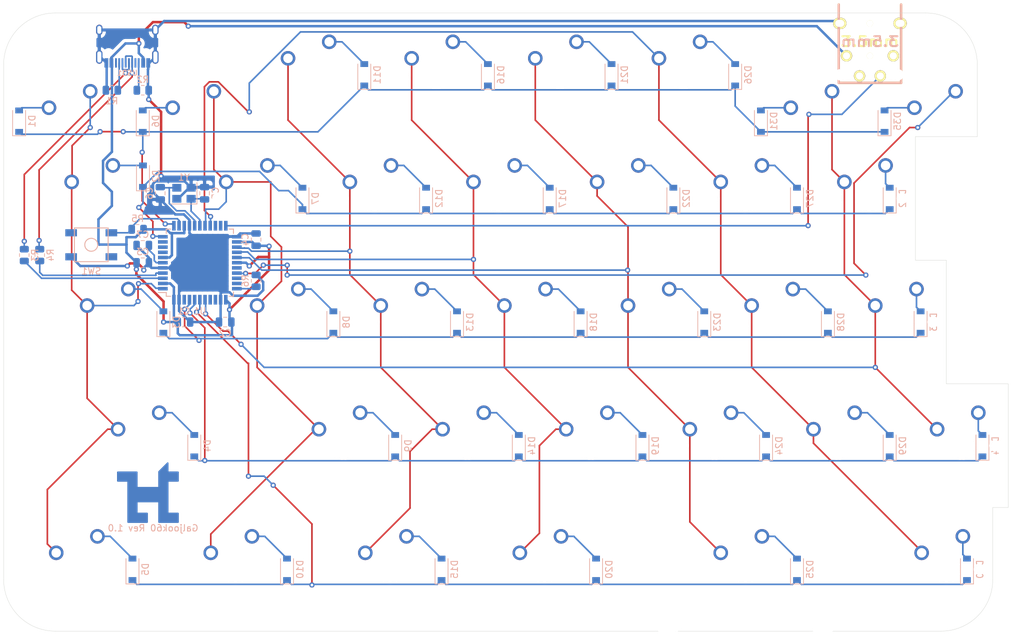
<source format=kicad_pcb>
(kicad_pcb (version 20171130) (host pcbnew "(5.1.9-0-10_14)")
  (layers (0 F.Cu signal) (31 B.Cu signal) (34 B.Paste user) (35 F.Paste user) (36 B.SilkS user) (37 F.SilkS user) (38 B.Mask user) (39 F.Mask user) (44 Edge.Cuts user))
  (net 0 "")
  (net 1 +5V)
  (net 2 GND)
  (net 3 "Net-(C5-Pad1)")
  (net 4 "Net-(C6-Pad1)")
  (net 5 "Net-(C7-Pad1)")
  (net 6 "Net-(D1-Pad2)")
  (net 7 row0)
  (net 8 "Net-(D2-Pad2)")
  (net 9 row1)
  (net 10 "Net-(D3-Pad2)")
  (net 11 row2)
  (net 12 "Net-(D4-Pad2)")
  (net 13 row3)
  (net 14 "Net-(D5-Pad2)")
  (net 15 row4)
  (net 16 "Net-(D6-Pad2)")
  (net 17 "Net-(D7-Pad2)")
  (net 18 "Net-(D8-Pad2)")
  (net 19 "Net-(D9-Pad2)")
  (net 20 "Net-(D10-Pad2)")
  (net 21 "Net-(D11-Pad2)")
  (net 22 "Net-(D12-Pad2)")
  (net 23 "Net-(D13-Pad2)")
  (net 24 "Net-(D14-Pad2)")
  (net 25 "Net-(D15-Pad2)")
  (net 26 "Net-(D16-Pad2)")
  (net 27 "Net-(D17-Pad2)")
  (net 28 "Net-(D18-Pad2)")
  (net 29 "Net-(D19-Pad2)")
  (net 30 "Net-(D20-Pad2)")
  (net 31 "Net-(D21-Pad2)")
  (net 32 "Net-(D22-Pad2)")
  (net 33 "Net-(D23-Pad2)")
  (net 34 "Net-(D24-Pad2)")
  (net 35 "Net-(D25-Pad2)")
  (net 36 "Net-(D26-Pad2)")
  (net 37 "Net-(D27-Pad2)")
  (net 38 "Net-(D28-Pad2)")
  (net 39 "Net-(D29-Pad2)")
  (net 40 "Net-(D30-Pad2)")
  (net 41 "Net-(D31-Pad2)")
  (net 42 "Net-(D32-Pad2)")
  (net 43 "Net-(D33-Pad2)")
  (net 44 "Net-(D34-Pad2)")
  (net 45 "Net-(D35-Pad2)")
  (net 46 col0)
  (net 47 col1)
  (net 48 col2)
  (net 49 col3)
  (net 50 col4)
  (net 51 col5)
  (net 52 col6)
  (net 53 col7)
  (net 54 "Net-(R1-Pad2)")
  (net 55 "Net-(R2-Pad2)")
  (net 56 D-)
  (net 57 "Net-(R3-Pad1)")
  (net 58 D+)
  (net 59 "Net-(R4-Pad1)")
  (net 60 "Net-(R5-Pad2)")
  (net 61 "Net-(R6-Pad2)")
  (net 62 "Net-(U1-Pad42)")
  (net 63 "Net-(U1-Pad37)")
  (net 64 "Net-(U1-Pad36)")
  (net 65 "Net-(U1-Pad32)")
  (net 66 "Net-(U1-Pad31)")
  (net 67 "Net-(U1-Pad29)")
  (net 68 "Net-(U1-Pad21)")
  (net 69 "Net-(U1-Pad20)")
  (net 70 Split1)
  (net 71 "Net-(U1-Pad10)")
  (net 72 "Net-(U1-Pad9)")
  (net 73 "Net-(U1-Pad8)")
  (net 74 "Net-(USB1-Pad3)")
  (net 75 "Net-(USB1-Pad9)")
  (net 76 "Net-(U2-Pad1)")
  (module MX_Only:MXOnly-1U-NoLED (layer F.Cu) (at 227.0125 146.05)
    (fp_text reference MX34)
    (fp_text value MX-NoLED)
    (pad 2 thru_hole circle (at 2.54 -5.08) (size 2.25 2.25) (drill 1.47) (layers *.Cu B.Mask) (net 44 "Net-(D34-Pad2)"))
    (pad "" np_thru_hole circle (at 0 0) (size 3.9878 3.9878) (drill 3.9878) (layers *.Cu *.Mask))
    (pad 1 thru_hole circle (at -3.81 -2.54) (size 2.25 2.25) (drill 1.47) (layers *.Cu B.Mask) (net 52 col6))
    (pad "" np_thru_hole circle (at -5.08 0 48.0996) (size 1.75 1.75) (drill 1.75) (layers *.Cu *.Mask))
    (pad "" np_thru_hole circle (at 5.08 0 48.0996) (size 1.75 1.75) (drill 1.75) (layers *.Cu *.Mask))
  )
  (module MX_Only:MXOnly-1.25U-NoLED (layer F.Cu) (at 224.63125 165.1)
    (fp_text reference MX30)
    (fp_text value MX-NoLED)
    (pad 2 thru_hole circle (at 2.54 -5.08) (size 2.25 2.25) (drill 1.47) (layers *.Cu B.Mask) (net 40 "Net-(D30-Pad2)"))
    (pad "" np_thru_hole circle (at 0 0) (size 3.9878 3.9878) (drill 3.9878) (layers *.Cu *.Mask))
    (pad 1 thru_hole circle (at -3.81 -2.54) (size 2.25 2.25) (drill 1.47) (layers *.Cu B.Mask) (net 51 col5))
    (pad "" np_thru_hole circle (at -5.08 0 48.0996) (size 1.75 1.75) (drill 1.75) (layers *.Cu *.Mask))
    (pad "" np_thru_hole circle (at 5.08 0 48.0996) (size 1.75 1.75) (drill 1.75) (layers *.Cu *.Mask))
  )
  (module MX_Only:MXOnly-1.25U-NoLED (layer F.Cu) (at 115.09375 165.1)
    (fp_text reference MX10)
    (fp_text value MX-NoLED)
    (pad 2 thru_hole circle (at 2.54 -5.08) (size 2.25 2.25) (drill 1.47) (layers *.Cu B.Mask) (net 20 "Net-(D10-Pad2)"))
    (pad "" np_thru_hole circle (at 0 0) (size 3.9878 3.9878) (drill 3.9878) (layers *.Cu *.Mask))
    (pad 1 thru_hole circle (at -3.81 -2.54) (size 2.25 2.25) (drill 1.47) (layers *.Cu B.Mask) (net 47 col1))
    (pad "" np_thru_hole circle (at -5.08 0 48.0996) (size 1.75 1.75) (drill 1.75) (layers *.Cu *.Mask))
    (pad "" np_thru_hole circle (at 5.08 0 48.0996) (size 1.75 1.75) (drill 1.75) (layers *.Cu *.Mask))
  )
  (module MX_Only:MXOnly-1U-NoLED (layer F.Cu) (at 222.25 88.9 180)
    (fp_text reference MX35)
    (fp_text value MX-NoLED)
    (pad 2 thru_hole circle (at 2.54 -5.08 180) (size 2.25 2.25) (drill 1.47) (layers *.Cu B.Mask) (net 45 "Net-(D35-Pad2)"))
    (pad "" np_thru_hole circle (at 0 0 180) (size 3.9878 3.9878) (drill 3.9878) (layers *.Cu *.Mask))
    (pad 1 thru_hole circle (at -3.81 -2.54 180) (size 2.25 2.25) (drill 1.47) (layers *.Cu B.Mask) (net 53 col7))
    (pad "" np_thru_hole circle (at -5.08 0 228.0996) (size 1.75 1.75) (drill 1.75) (layers *.Cu *.Mask))
    (pad "" np_thru_hole circle (at 5.08 0 228.0996) (size 1.75 1.75) (drill 1.75) (layers *.Cu *.Mask))
  )
  (module MX_Only:MXOnly-1U-NoLED (layer F.Cu) (at 217.4875 127)
    (fp_text reference MX33)
    (fp_text value MX-NoLED)
    (pad 2 thru_hole circle (at 2.54 -5.08) (size 2.25 2.25) (drill 1.47) (layers *.Cu B.Mask) (net 43 "Net-(D33-Pad2)"))
    (pad "" np_thru_hole circle (at 0 0) (size 3.9878 3.9878) (drill 3.9878) (layers *.Cu *.Mask))
    (pad 1 thru_hole circle (at -3.81 -2.54) (size 2.25 2.25) (drill 1.47) (layers *.Cu B.Mask) (net 52 col6))
    (pad "" np_thru_hole circle (at -5.08 0 48.0996) (size 1.75 1.75) (drill 1.75) (layers *.Cu *.Mask))
    (pad "" np_thru_hole circle (at 5.08 0 48.0996) (size 1.75 1.75) (drill 1.75) (layers *.Cu *.Mask))
  )
  (module MX_Only:MXOnly-1U-NoLED (layer F.Cu) (at 212.725 107.95)
    (fp_text reference MX32)
    (fp_text value MX-NoLED)
    (pad 2 thru_hole circle (at 2.54 -5.08) (size 2.25 2.25) (drill 1.47) (layers *.Cu B.Mask) (net 42 "Net-(D32-Pad2)"))
    (pad "" np_thru_hole circle (at 0 0) (size 3.9878 3.9878) (drill 3.9878) (layers *.Cu *.Mask))
    (pad 1 thru_hole circle (at -3.81 -2.54) (size 2.25 2.25) (drill 1.47) (layers *.Cu B.Mask) (net 52 col6))
    (pad "" np_thru_hole circle (at -5.08 0 48.0996) (size 1.75 1.75) (drill 1.75) (layers *.Cu *.Mask))
    (pad "" np_thru_hole circle (at 5.08 0 48.0996) (size 1.75 1.75) (drill 1.75) (layers *.Cu *.Mask))
  )
  (module MX_Only:MXOnly-1U-NoLED (layer F.Cu) (at 203.2 88.9 180)
    (fp_text reference MX31)
    (fp_text value MX-NoLED)
    (pad 2 thru_hole circle (at 2.54 -5.08 180) (size 2.25 2.25) (drill 1.47) (layers *.Cu B.Mask) (net 41 "Net-(D31-Pad2)"))
    (pad "" np_thru_hole circle (at 0 0 180) (size 3.9878 3.9878) (drill 3.9878) (layers *.Cu *.Mask))
    (pad 1 thru_hole circle (at -3.81 -2.54 180) (size 2.25 2.25) (drill 1.47) (layers *.Cu B.Mask) (net 52 col6))
    (pad "" np_thru_hole circle (at -5.08 0 228.0996) (size 1.75 1.75) (drill 1.75) (layers *.Cu *.Mask))
    (pad "" np_thru_hole circle (at 5.08 0 228.0996) (size 1.75 1.75) (drill 1.75) (layers *.Cu *.Mask))
  )
  (module MX_Only:MXOnly-1U-NoLED (layer F.Cu) (at 207.9625 146.05)
    (fp_text reference MX29)
    (fp_text value MX-NoLED)
    (pad 2 thru_hole circle (at 2.54 -5.08) (size 2.25 2.25) (drill 1.47) (layers *.Cu B.Mask) (net 39 "Net-(D29-Pad2)"))
    (pad "" np_thru_hole circle (at 0 0) (size 3.9878 3.9878) (drill 3.9878) (layers *.Cu *.Mask))
    (pad 1 thru_hole circle (at -3.81 -2.54) (size 2.25 2.25) (drill 1.47) (layers *.Cu B.Mask) (net 51 col5))
    (pad "" np_thru_hole circle (at -5.08 0 48.0996) (size 1.75 1.75) (drill 1.75) (layers *.Cu *.Mask))
    (pad "" np_thru_hole circle (at 5.08 0 48.0996) (size 1.75 1.75) (drill 1.75) (layers *.Cu *.Mask))
  )
  (module MX_Only:MXOnly-1U-NoLED (layer F.Cu) (at 198.4375 127)
    (fp_text reference MX28)
    (fp_text value MX-NoLED)
    (pad 2 thru_hole circle (at 2.54 -5.08) (size 2.25 2.25) (drill 1.47) (layers *.Cu B.Mask) (net 38 "Net-(D28-Pad2)"))
    (pad "" np_thru_hole circle (at 0 0) (size 3.9878 3.9878) (drill 3.9878) (layers *.Cu *.Mask))
    (pad 1 thru_hole circle (at -3.81 -2.54) (size 2.25 2.25) (drill 1.47) (layers *.Cu B.Mask) (net 51 col5))
    (pad "" np_thru_hole circle (at -5.08 0 48.0996) (size 1.75 1.75) (drill 1.75) (layers *.Cu *.Mask))
    (pad "" np_thru_hole circle (at 5.08 0 48.0996) (size 1.75 1.75) (drill 1.75) (layers *.Cu *.Mask))
  )
  (module MX_Only:MXOnly-1U-NoLED (layer F.Cu) (at 193.675 107.95)
    (fp_text reference MX27)
    (fp_text value MX-NoLED)
    (pad 2 thru_hole circle (at 2.54 -5.08) (size 2.25 2.25) (drill 1.47) (layers *.Cu B.Mask) (net 37 "Net-(D27-Pad2)"))
    (pad "" np_thru_hole circle (at 0 0) (size 3.9878 3.9878) (drill 3.9878) (layers *.Cu *.Mask))
    (pad 1 thru_hole circle (at -3.81 -2.54) (size 2.25 2.25) (drill 1.47) (layers *.Cu B.Mask) (net 51 col5))
    (pad "" np_thru_hole circle (at -5.08 0 48.0996) (size 1.75 1.75) (drill 1.75) (layers *.Cu *.Mask))
    (pad "" np_thru_hole circle (at 5.08 0 48.0996) (size 1.75 1.75) (drill 1.75) (layers *.Cu *.Mask))
  )
  (module MX_Only:MXOnly-1U-NoLED (layer F.Cu) (at 184.15 88.9)
    (fp_text reference MX26)
    (fp_text value MX-NoLED)
    (pad 2 thru_hole circle (at 2.54 -5.08) (size 2.25 2.25) (drill 1.47) (layers *.Cu B.Mask) (net 36 "Net-(D26-Pad2)"))
    (pad "" np_thru_hole circle (at 0 0) (size 3.9878 3.9878) (drill 3.9878) (layers *.Cu *.Mask))
    (pad 1 thru_hole circle (at -3.81 -2.54) (size 2.25 2.25) (drill 1.47) (layers *.Cu B.Mask) (net 51 col5))
    (pad "" np_thru_hole circle (at -5.08 0 48.0996) (size 1.75 1.75) (drill 1.75) (layers *.Cu *.Mask))
    (pad "" np_thru_hole circle (at 5.08 0 48.0996) (size 1.75 1.75) (drill 1.75) (layers *.Cu *.Mask))
  )
  (module MX_Only:MXOnly-2U-NoLED (layer F.Cu) (at 193.675 165.1)
    (fp_text reference MX25)
    (fp_text value MX-NoLED)
    (pad 2 thru_hole circle (at 2.54 -5.08) (size 2.25 2.25) (drill 1.47) (layers *.Cu B.Mask) (net 35 "Net-(D25-Pad2)"))
    (pad "" np_thru_hole circle (at 0 0) (size 3.9878 3.9878) (drill 3.9878) (layers *.Cu *.Mask))
    (pad 1 thru_hole circle (at -3.81 -2.54) (size 2.25 2.25) (drill 1.47) (layers *.Cu B.Mask) (net 50 col4))
    (pad "" np_thru_hole circle (at -5.08 0 48.0996) (size 1.75 1.75) (drill 1.75) (layers *.Cu *.Mask))
    (pad "" np_thru_hole circle (at 5.08 0 48.0996) (size 1.75 1.75) (drill 1.75) (layers *.Cu *.Mask))
    (pad "" np_thru_hole circle (at -11.90625 -6.985) (size 3.048 3.048) (drill 3.048) (layers *.Cu *.Mask))
    (pad "" np_thru_hole circle (at 11.90625 -6.985) (size 3.048 3.048) (drill 3.048) (layers *.Cu *.Mask))
    (pad "" np_thru_hole circle (at -11.90625 8.255) (size 3.9878 3.9878) (drill 3.9878) (layers *.Cu *.Mask))
    (pad "" np_thru_hole circle (at 11.90625 8.255) (size 3.9878 3.9878) (drill 3.9878) (layers *.Cu *.Mask))
  )
  (module MX_Only:MXOnly-1U-NoLED (layer F.Cu) (at 188.9125 146.05)
    (fp_text reference MX24)
    (fp_text value MX-NoLED)
    (pad 2 thru_hole circle (at 2.54 -5.08) (size 2.25 2.25) (drill 1.47) (layers *.Cu B.Mask) (net 34 "Net-(D24-Pad2)"))
    (pad "" np_thru_hole circle (at 0 0) (size 3.9878 3.9878) (drill 3.9878) (layers *.Cu *.Mask))
    (pad 1 thru_hole circle (at -3.81 -2.54) (size 2.25 2.25) (drill 1.47) (layers *.Cu B.Mask) (net 50 col4))
    (pad "" np_thru_hole circle (at -5.08 0 48.0996) (size 1.75 1.75) (drill 1.75) (layers *.Cu *.Mask))
    (pad "" np_thru_hole circle (at 5.08 0 48.0996) (size 1.75 1.75) (drill 1.75) (layers *.Cu *.Mask))
  )
  (module MX_Only:MXOnly-1U-NoLED (layer F.Cu) (at 179.3875 127)
    (fp_text reference MX23)
    (fp_text value MX-NoLED)
    (pad 2 thru_hole circle (at 2.54 -5.08) (size 2.25 2.25) (drill 1.47) (layers *.Cu B.Mask) (net 33 "Net-(D23-Pad2)"))
    (pad "" np_thru_hole circle (at 0 0) (size 3.9878 3.9878) (drill 3.9878) (layers *.Cu *.Mask))
    (pad 1 thru_hole circle (at -3.81 -2.54) (size 2.25 2.25) (drill 1.47) (layers *.Cu B.Mask) (net 50 col4))
    (pad "" np_thru_hole circle (at -5.08 0 48.0996) (size 1.75 1.75) (drill 1.75) (layers *.Cu *.Mask))
    (pad "" np_thru_hole circle (at 5.08 0 48.0996) (size 1.75 1.75) (drill 1.75) (layers *.Cu *.Mask))
  )
  (module MX_Only:MXOnly-1U-NoLED (layer F.Cu) (at 174.625 107.95)
    (fp_text reference MX22)
    (fp_text value MX-NoLED)
    (pad 2 thru_hole circle (at 2.54 -5.08) (size 2.25 2.25) (drill 1.47) (layers *.Cu B.Mask) (net 32 "Net-(D22-Pad2)"))
    (pad "" np_thru_hole circle (at 0 0) (size 3.9878 3.9878) (drill 3.9878) (layers *.Cu *.Mask))
    (pad 1 thru_hole circle (at -3.81 -2.54) (size 2.25 2.25) (drill 1.47) (layers *.Cu B.Mask) (net 50 col4))
    (pad "" np_thru_hole circle (at -5.08 0 48.0996) (size 1.75 1.75) (drill 1.75) (layers *.Cu *.Mask))
    (pad "" np_thru_hole circle (at 5.08 0 48.0996) (size 1.75 1.75) (drill 1.75) (layers *.Cu *.Mask))
  )
  (module MX_Only:MXOnly-1U-NoLED (layer F.Cu) (at 165.1 88.9)
    (fp_text reference MX21)
    (fp_text value MX-NoLED)
    (pad 2 thru_hole circle (at 2.54 -5.08) (size 2.25 2.25) (drill 1.47) (layers *.Cu B.Mask) (net 31 "Net-(D21-Pad2)"))
    (pad "" np_thru_hole circle (at 0 0) (size 3.9878 3.9878) (drill 3.9878) (layers *.Cu *.Mask))
    (pad 1 thru_hole circle (at -3.81 -2.54) (size 2.25 2.25) (drill 1.47) (layers *.Cu B.Mask) (net 50 col4))
    (pad "" np_thru_hole circle (at -5.08 0 48.0996) (size 1.75 1.75) (drill 1.75) (layers *.Cu *.Mask))
    (pad "" np_thru_hole circle (at 5.08 0 48.0996) (size 1.75 1.75) (drill 1.75) (layers *.Cu *.Mask))
  )
  (module MX_Only:MXOnly-1.25U-NoLED (layer F.Cu) (at 162.71875 165.1)
    (fp_text reference MX20)
    (fp_text value MX-NoLED)
    (pad 2 thru_hole circle (at 2.54 -5.08) (size 2.25 2.25) (drill 1.47) (layers *.Cu B.Mask) (net 30 "Net-(D20-Pad2)"))
    (pad "" np_thru_hole circle (at 0 0) (size 3.9878 3.9878) (drill 3.9878) (layers *.Cu *.Mask))
    (pad 1 thru_hole circle (at -3.81 -2.54) (size 2.25 2.25) (drill 1.47) (layers *.Cu B.Mask) (net 49 col3))
    (pad "" np_thru_hole circle (at -5.08 0 48.0996) (size 1.75 1.75) (drill 1.75) (layers *.Cu *.Mask))
    (pad "" np_thru_hole circle (at 5.08 0 48.0996) (size 1.75 1.75) (drill 1.75) (layers *.Cu *.Mask))
  )
  (module MX_Only:MXOnly-1U-NoLED (layer F.Cu) (at 169.8625 146.05)
    (fp_text reference MX19)
    (fp_text value MX-NoLED)
    (pad 2 thru_hole circle (at 2.54 -5.08) (size 2.25 2.25) (drill 1.47) (layers *.Cu B.Mask) (net 29 "Net-(D19-Pad2)"))
    (pad "" np_thru_hole circle (at 0 0) (size 3.9878 3.9878) (drill 3.9878) (layers *.Cu *.Mask))
    (pad 1 thru_hole circle (at -3.81 -2.54) (size 2.25 2.25) (drill 1.47) (layers *.Cu B.Mask) (net 49 col3))
    (pad "" np_thru_hole circle (at -5.08 0 48.0996) (size 1.75 1.75) (drill 1.75) (layers *.Cu *.Mask))
    (pad "" np_thru_hole circle (at 5.08 0 48.0996) (size 1.75 1.75) (drill 1.75) (layers *.Cu *.Mask))
  )
  (module MX_Only:MXOnly-1U-NoLED (layer F.Cu) (at 160.3375 127)
    (fp_text reference MX18)
    (fp_text value MX-NoLED)
    (pad 2 thru_hole circle (at 2.54 -5.08) (size 2.25 2.25) (drill 1.47) (layers *.Cu B.Mask) (net 28 "Net-(D18-Pad2)"))
    (pad "" np_thru_hole circle (at 0 0) (size 3.9878 3.9878) (drill 3.9878) (layers *.Cu *.Mask))
    (pad 1 thru_hole circle (at -3.81 -2.54) (size 2.25 2.25) (drill 1.47) (layers *.Cu B.Mask) (net 49 col3))
    (pad "" np_thru_hole circle (at -5.08 0 48.0996) (size 1.75 1.75) (drill 1.75) (layers *.Cu *.Mask))
    (pad "" np_thru_hole circle (at 5.08 0 48.0996) (size 1.75 1.75) (drill 1.75) (layers *.Cu *.Mask))
  )
  (module MX_Only:MXOnly-1U-NoLED (layer F.Cu) (at 155.575 107.95)
    (fp_text reference MX17)
    (fp_text value MX-NoLED)
    (pad 2 thru_hole circle (at 2.54 -5.08) (size 2.25 2.25) (drill 1.47) (layers *.Cu B.Mask) (net 27 "Net-(D17-Pad2)"))
    (pad "" np_thru_hole circle (at 0 0) (size 3.9878 3.9878) (drill 3.9878) (layers *.Cu *.Mask))
    (pad 1 thru_hole circle (at -3.81 -2.54) (size 2.25 2.25) (drill 1.47) (layers *.Cu B.Mask) (net 49 col3))
    (pad "" np_thru_hole circle (at -5.08 0 48.0996) (size 1.75 1.75) (drill 1.75) (layers *.Cu *.Mask))
    (pad "" np_thru_hole circle (at 5.08 0 48.0996) (size 1.75 1.75) (drill 1.75) (layers *.Cu *.Mask))
  )
  (module MX_Only:MXOnly-1U-NoLED (layer F.Cu) (at 146.05 88.9)
    (fp_text reference MX16)
    (fp_text value MX-NoLED)
    (pad 2 thru_hole circle (at 2.54 -5.08) (size 2.25 2.25) (drill 1.47) (layers *.Cu B.Mask) (net 26 "Net-(D16-Pad2)"))
    (pad "" np_thru_hole circle (at 0 0) (size 3.9878 3.9878) (drill 3.9878) (layers *.Cu *.Mask))
    (pad 1 thru_hole circle (at -3.81 -2.54) (size 2.25 2.25) (drill 1.47) (layers *.Cu B.Mask) (net 49 col3))
    (pad "" np_thru_hole circle (at -5.08 0 48.0996) (size 1.75 1.75) (drill 1.75) (layers *.Cu *.Mask))
    (pad "" np_thru_hole circle (at 5.08 0 48.0996) (size 1.75 1.75) (drill 1.75) (layers *.Cu *.Mask))
  )
  (module MX_Only:MXOnly-1.25U-NoLED (layer F.Cu) (at 138.90625 165.1)
    (fp_text reference MX15)
    (fp_text value MX-NoLED)
    (pad 2 thru_hole circle (at 2.54 -5.08) (size 2.25 2.25) (drill 1.47) (layers *.Cu B.Mask) (net 25 "Net-(D15-Pad2)"))
    (pad "" np_thru_hole circle (at 0 0) (size 3.9878 3.9878) (drill 3.9878) (layers *.Cu *.Mask))
    (pad 1 thru_hole circle (at -3.81 -2.54) (size 2.25 2.25) (drill 1.47) (layers *.Cu B.Mask) (net 48 col2))
    (pad "" np_thru_hole circle (at -5.08 0 48.0996) (size 1.75 1.75) (drill 1.75) (layers *.Cu *.Mask))
    (pad "" np_thru_hole circle (at 5.08 0 48.0996) (size 1.75 1.75) (drill 1.75) (layers *.Cu *.Mask))
  )
  (module MX_Only:MXOnly-1U-NoLED (layer F.Cu) (at 150.8125 146.05)
    (fp_text reference MX14)
    (fp_text value MX-NoLED)
    (pad 2 thru_hole circle (at 2.54 -5.08) (size 2.25 2.25) (drill 1.47) (layers *.Cu B.Mask) (net 24 "Net-(D14-Pad2)"))
    (pad "" np_thru_hole circle (at 0 0) (size 3.9878 3.9878) (drill 3.9878) (layers *.Cu *.Mask))
    (pad 1 thru_hole circle (at -3.81 -2.54) (size 2.25 2.25) (drill 1.47) (layers *.Cu B.Mask) (net 48 col2))
    (pad "" np_thru_hole circle (at -5.08 0 48.0996) (size 1.75 1.75) (drill 1.75) (layers *.Cu *.Mask))
    (pad "" np_thru_hole circle (at 5.08 0 48.0996) (size 1.75 1.75) (drill 1.75) (layers *.Cu *.Mask))
  )
  (module MX_Only:MXOnly-1U-NoLED (layer F.Cu) (at 141.2875 127)
    (fp_text reference MX13)
    (fp_text value MX-NoLED)
    (pad 2 thru_hole circle (at 2.54 -5.08) (size 2.25 2.25) (drill 1.47) (layers *.Cu B.Mask) (net 23 "Net-(D13-Pad2)"))
    (pad "" np_thru_hole circle (at 0 0) (size 3.9878 3.9878) (drill 3.9878) (layers *.Cu *.Mask))
    (pad 1 thru_hole circle (at -3.81 -2.54) (size 2.25 2.25) (drill 1.47) (layers *.Cu B.Mask) (net 48 col2))
    (pad "" np_thru_hole circle (at -5.08 0 48.0996) (size 1.75 1.75) (drill 1.75) (layers *.Cu *.Mask))
    (pad "" np_thru_hole circle (at 5.08 0 48.0996) (size 1.75 1.75) (drill 1.75) (layers *.Cu *.Mask))
  )
  (module MX_Only:MXOnly-1U-NoLED (layer F.Cu) (at 136.525 107.95)
    (fp_text reference MX12)
    (fp_text value MX-NoLED)
    (pad 2 thru_hole circle (at 2.54 -5.08) (size 2.25 2.25) (drill 1.47) (layers *.Cu B.Mask) (net 22 "Net-(D12-Pad2)"))
    (pad "" np_thru_hole circle (at 0 0) (size 3.9878 3.9878) (drill 3.9878) (layers *.Cu *.Mask))
    (pad 1 thru_hole circle (at -3.81 -2.54) (size 2.25 2.25) (drill 1.47) (layers *.Cu B.Mask) (net 48 col2))
    (pad "" np_thru_hole circle (at -5.08 0 48.0996) (size 1.75 1.75) (drill 1.75) (layers *.Cu *.Mask))
    (pad "" np_thru_hole circle (at 5.08 0 48.0996) (size 1.75 1.75) (drill 1.75) (layers *.Cu *.Mask))
  )
  (module MX_Only:MXOnly-1U-NoLED (layer F.Cu) (at 127 88.9)
    (fp_text reference MX11)
    (fp_text value MX-NoLED)
    (pad 2 thru_hole circle (at 2.54 -5.08) (size 2.25 2.25) (drill 1.47) (layers *.Cu B.Mask) (net 21 "Net-(D11-Pad2)"))
    (pad "" np_thru_hole circle (at 0 0) (size 3.9878 3.9878) (drill 3.9878) (layers *.Cu *.Mask))
    (pad 1 thru_hole circle (at -3.81 -2.54) (size 2.25 2.25) (drill 1.47) (layers *.Cu B.Mask) (net 48 col2))
    (pad "" np_thru_hole circle (at -5.08 0 48.0996) (size 1.75 1.75) (drill 1.75) (layers *.Cu *.Mask))
    (pad "" np_thru_hole circle (at 5.08 0 48.0996) (size 1.75 1.75) (drill 1.75) (layers *.Cu *.Mask))
  )
  (module MX_Only:MXOnly-1U-NoLED (layer F.Cu) (at 131.7625 146.05)
    (fp_text reference MX9)
    (fp_text value MX-NoLED)
    (pad 2 thru_hole circle (at 2.54 -5.08) (size 2.25 2.25) (drill 1.47) (layers *.Cu B.Mask) (net 19 "Net-(D9-Pad2)"))
    (pad "" np_thru_hole circle (at 0 0) (size 3.9878 3.9878) (drill 3.9878) (layers *.Cu *.Mask))
    (pad 1 thru_hole circle (at -3.81 -2.54) (size 2.25 2.25) (drill 1.47) (layers *.Cu B.Mask) (net 47 col1))
    (pad "" np_thru_hole circle (at -5.08 0 48.0996) (size 1.75 1.75) (drill 1.75) (layers *.Cu *.Mask))
    (pad "" np_thru_hole circle (at 5.08 0 48.0996) (size 1.75 1.75) (drill 1.75) (layers *.Cu *.Mask))
  )
  (module MX_Only:MXOnly-1U-NoLED (layer F.Cu) (at 122.2375 127)
    (fp_text reference MX8)
    (fp_text value MX-NoLED)
    (pad 2 thru_hole circle (at 2.54 -5.08) (size 2.25 2.25) (drill 1.47) (layers *.Cu B.Mask) (net 18 "Net-(D8-Pad2)"))
    (pad "" np_thru_hole circle (at 0 0) (size 3.9878 3.9878) (drill 3.9878) (layers *.Cu *.Mask))
    (pad 1 thru_hole circle (at -3.81 -2.54) (size 2.25 2.25) (drill 1.47) (layers *.Cu B.Mask) (net 47 col1))
    (pad "" np_thru_hole circle (at -5.08 0 48.0996) (size 1.75 1.75) (drill 1.75) (layers *.Cu *.Mask))
    (pad "" np_thru_hole circle (at 5.08 0 48.0996) (size 1.75 1.75) (drill 1.75) (layers *.Cu *.Mask))
  )
  (module MX_Only:MXOnly-1U-NoLED (layer F.Cu) (at 117.475 107.95)
    (fp_text reference MX7)
    (fp_text value MX-NoLED)
    (pad 2 thru_hole circle (at 2.54 -5.08) (size 2.25 2.25) (drill 1.47) (layers *.Cu B.Mask) (net 17 "Net-(D7-Pad2)"))
    (pad "" np_thru_hole circle (at 0 0) (size 3.9878 3.9878) (drill 3.9878) (layers *.Cu *.Mask))
    (pad 1 thru_hole circle (at -3.81 -2.54) (size 2.25 2.25) (drill 1.47) (layers *.Cu B.Mask) (net 47 col1))
    (pad "" np_thru_hole circle (at -5.08 0 48.0996) (size 1.75 1.75) (drill 1.75) (layers *.Cu *.Mask))
    (pad "" np_thru_hole circle (at 5.08 0 48.0996) (size 1.75 1.75) (drill 1.75) (layers *.Cu *.Mask))
  )
  (module MX_Only:MXOnly-1U-NoLED (layer F.Cu) (at 107.95 88.9 180)
    (fp_text reference MX6)
    (fp_text value MX-NoLED)
    (pad 2 thru_hole circle (at 2.54 -5.08 180) (size 2.25 2.25) (drill 1.47) (layers *.Cu B.Mask) (net 16 "Net-(D6-Pad2)"))
    (pad "" np_thru_hole circle (at 0 0 180) (size 3.9878 3.9878) (drill 3.9878) (layers *.Cu *.Mask))
    (pad 1 thru_hole circle (at -3.81 -2.54 180) (size 2.25 2.25) (drill 1.47) (layers *.Cu B.Mask) (net 47 col1))
    (pad "" np_thru_hole circle (at -5.08 0 228.0996) (size 1.75 1.75) (drill 1.75) (layers *.Cu *.Mask))
    (pad "" np_thru_hole circle (at 5.08 0 228.0996) (size 1.75 1.75) (drill 1.75) (layers *.Cu *.Mask))
  )
  (module MX_Only:MXOnly-1.25U-NoLED (layer F.Cu) (at 91.28125 165.1)
    (fp_text reference MX5)
    (fp_text value MX-NoLED)
    (pad 2 thru_hole circle (at 2.54 -5.08) (size 2.25 2.25) (drill 1.47) (layers *.Cu B.Mask) (net 14 "Net-(D5-Pad2)"))
    (pad "" np_thru_hole circle (at 0 0) (size 3.9878 3.9878) (drill 3.9878) (layers *.Cu *.Mask))
    (pad 1 thru_hole circle (at -3.81 -2.54) (size 2.25 2.25) (drill 1.47) (layers *.Cu B.Mask) (net 46 col0))
    (pad "" np_thru_hole circle (at -5.08 0 48.0996) (size 1.75 1.75) (drill 1.75) (layers *.Cu *.Mask))
    (pad "" np_thru_hole circle (at 5.08 0 48.0996) (size 1.75 1.75) (drill 1.75) (layers *.Cu *.Mask))
  )
  (module MX_Only:MXOnly-2.25U-NoLED (layer F.Cu) (at 100.80625 146.05)
    (fp_text reference MX4)
    (fp_text value MX-NoLED)
    (pad 2 thru_hole circle (at 2.54 -5.08) (size 2.25 2.25) (drill 1.47) (layers *.Cu B.Mask) (net 12 "Net-(D4-Pad2)"))
    (pad "" np_thru_hole circle (at 0 0) (size 3.9878 3.9878) (drill 3.9878) (layers *.Cu *.Mask))
    (pad 1 thru_hole circle (at -3.81 -2.54) (size 2.25 2.25) (drill 1.47) (layers *.Cu B.Mask) (net 46 col0))
    (pad "" np_thru_hole circle (at -5.08 0 48.0996) (size 1.75 1.75) (drill 1.75) (layers *.Cu *.Mask))
    (pad "" np_thru_hole circle (at 5.08 0 48.0996) (size 1.75 1.75) (drill 1.75) (layers *.Cu *.Mask))
    (pad "" np_thru_hole circle (at -11.90625 -6.985) (size 3.048 3.048) (drill 3.048) (layers *.Cu *.Mask))
    (pad "" np_thru_hole circle (at 11.90625 -6.985) (size 3.048 3.048) (drill 3.048) (layers *.Cu *.Mask))
    (pad "" np_thru_hole circle (at -11.90625 8.255) (size 3.9878 3.9878) (drill 3.9878) (layers *.Cu *.Mask))
    (pad "" np_thru_hole circle (at 11.90625 8.255) (size 3.9878 3.9878) (drill 3.9878) (layers *.Cu *.Mask))
  )
  (module MX_Only:MXOnly-1.75U-NoLED (layer F.Cu) (at 96.04375 127)
    (fp_text reference MX3)
    (fp_text value MX-NoLED)
    (pad 2 thru_hole circle (at 2.54 -5.08) (size 2.25 2.25) (drill 1.47) (layers *.Cu B.Mask) (net 10 "Net-(D3-Pad2)"))
    (pad "" np_thru_hole circle (at 0 0) (size 3.9878 3.9878) (drill 3.9878) (layers *.Cu *.Mask))
    (pad 1 thru_hole circle (at -3.81 -2.54) (size 2.25 2.25) (drill 1.47) (layers *.Cu B.Mask) (net 46 col0))
    (pad "" np_thru_hole circle (at -5.08 0 48.0996) (size 1.75 1.75) (drill 1.75) (layers *.Cu *.Mask))
    (pad "" np_thru_hole circle (at 5.08 0 48.0996) (size 1.75 1.75) (drill 1.75) (layers *.Cu *.Mask))
  )
  (module MX_Only:MXOnly-1.5U-NoLED (layer F.Cu) (at 93.6625 107.95)
    (fp_text reference MX2)
    (fp_text value MX-NoLED)
    (pad 2 thru_hole circle (at 2.54 -5.08) (size 2.25 2.25) (drill 1.47) (layers *.Cu B.Mask) (net 8 "Net-(D2-Pad2)"))
    (pad "" np_thru_hole circle (at 0 0) (size 3.9878 3.9878) (drill 3.9878) (layers *.Cu *.Mask))
    (pad 1 thru_hole circle (at -3.81 -2.54) (size 2.25 2.25) (drill 1.47) (layers *.Cu B.Mask) (net 46 col0))
    (pad "" np_thru_hole circle (at -5.08 0 48.0996) (size 1.75 1.75) (drill 1.75) (layers *.Cu *.Mask))
    (pad "" np_thru_hole circle (at 5.08 0 48.0996) (size 1.75 1.75) (drill 1.75) (layers *.Cu *.Mask))
  )
  (module MX_Only:MXOnly-1U-NoLED (layer F.Cu) (at 88.9 88.9 180)
    (fp_text reference MX1)
    (fp_text value MX-NoLED)
    (pad 2 thru_hole circle (at 2.54 -5.08 180) (size 2.25 2.25) (drill 1.47) (layers *.Cu B.Mask) (net 6 "Net-(D1-Pad2)"))
    (pad "" np_thru_hole circle (at 0 0 180) (size 3.9878 3.9878) (drill 3.9878) (layers *.Cu *.Mask))
    (pad 1 thru_hole circle (at -3.81 -2.54 180) (size 2.25 2.25) (drill 1.47) (layers *.Cu B.Mask) (net 46 col0))
    (pad "" np_thru_hole circle (at -5.08 0 228.0996) (size 1.75 1.75) (drill 1.75) (layers *.Cu *.Mask))
    (pad "" np_thru_hole circle (at 5.08 0 228.0996) (size 1.75 1.75) (drill 1.75) (layers *.Cu *.Mask))
  )
  (module Crystal:Crystal_SMD_3225-4Pin_3.2x2.5mm (layer B.Cu) (at 107.15625 107.15625 180)
    (fp_text reference Y1 (at 0 2.45) (layer B.SilkS) (effects (justify mirror)))
    (fp_text value 16MHz)
    (pad 1 smd rect (at -1.1 -0.85 180) (size 1.4 1.2) (layers B.Cu B.Paste B.Mask) (net 3 "Net-(C5-Pad1)"))
    (pad 2 smd rect (at 1.1 -0.85 180) (size 1.4 1.2) (layers B.Cu B.Paste B.Mask) (net 2 GND))
    (pad 3 smd rect (at 1.1 0.85 180) (size 1.4 1.2) (layers B.Cu B.Paste B.Mask) (net 4 "Net-(C6-Pad1)"))
    (pad 4 smd rect (at -1.1 0.85 180) (size 1.4 1.2) (layers B.Cu B.Paste B.Mask) (net 2 GND))
  )
  (module Keebio-Parts:HRO-TYPE-C-31-M-12-Assembly (layer B.Cu) (at 98.425 79.375)
    (fp_text reference USB1 (at 0 9.25) (layer B.SilkS) (effects (font (size 0.8 0.8)) (justify mirror)))
    (fp_text value HRO-TYPE-C-31-M-12)
    (pad 13 thru_hole oval (at 4.32 2.6) (size 1 1.6) (drill oval 0.6 1.2) (layers *.Cu *.Mask) (net 2 GND))
    (pad 13 thru_hole oval (at -4.32 2.6) (size 1 1.6) (drill oval 0.6 1.2) (layers *.Cu *.Mask) (net 2 GND))
    (pad 13 thru_hole oval (at 4.32 6.78) (size 1 2.1) (drill oval 0.6 1.7) (layers *.Cu *.Mask) (net 2 GND))
    (pad 13 thru_hole oval (at -4.32 6.78) (size 1 2.1) (drill oval 0.6 1.7) (layers *.Cu *.Mask) (net 2 GND))
    (pad "" np_thru_hole circle (at -2.89 6.25) (size 0.65 0.65) (drill 0.65) (layers *.Cu *.Mask))
    (pad "" np_thru_hole circle (at 2.89 6.25) (size 0.65 0.65) (drill 0.65) (layers *.Cu *.Mask))
    (pad 6 smd rect (at -0.25 7.695) (size 0.3 1.45) (layers B.Cu B.Paste B.Mask) (net 58 D+))
    (pad 7 smd rect (at 0.25 7.695) (size 0.3 1.45) (layers B.Cu B.Paste B.Mask) (net 56 D-))
    (pad 8 smd rect (at 0.75 7.695) (size 0.3 1.45) (layers B.Cu B.Paste B.Mask) (net 58 D+))
    (pad 5 smd rect (at -0.75 7.695) (size 0.3 1.45) (layers B.Cu B.Paste B.Mask) (net 56 D-))
    (pad 9 smd rect (at 1.25 7.695) (size 0.3 1.45) (layers B.Cu B.Paste B.Mask) (net 75 "Net-(USB1-Pad9)"))
    (pad 4 smd rect (at -1.25 7.695) (size 0.3 1.45) (layers B.Cu B.Paste B.Mask) (net 54 "Net-(R1-Pad2)"))
    (pad 10 smd rect (at 1.75 7.695) (size 0.3 1.45) (layers B.Cu B.Paste B.Mask) (net 55 "Net-(R2-Pad2)"))
    (pad 3 smd rect (at -1.75 7.695) (size 0.3 1.45) (layers B.Cu B.Paste B.Mask) (net 74 "Net-(USB1-Pad3)"))
    (pad 2 smd rect (at -2.45 7.695) (size 0.6 1.45) (layers B.Cu B.Paste B.Mask) (net 1 +5V))
    (pad 11 smd rect (at 2.45 7.695) (size 0.6 1.45) (layers B.Cu B.Paste B.Mask) (net 1 +5V))
    (pad 1 smd rect (at -3.225 7.695) (size 0.6 1.45) (layers B.Cu B.Paste B.Mask) (net 2 GND))
    (pad 12 smd rect (at 3.225 7.695) (size 0.6 1.45) (layers B.Cu B.Paste B.Mask) (net 2 GND))
  )
  (module Keebio-Parts:TRRS_Jack (layer F.Cu) (at 212.852 85.979)
    (fp_text reference U2 hide)
    (fp_text value TRRS hide)
    (fp_text user 3.5mm (at 0.00008 -2.18508) (layer F.SilkS) (effects (font (size 1.524 1.778) (thickness 0.3048))))
    (fp_text user 3.5mm (at 0.00008 -2.18508) (layer B.SilkS) (effects (font (size 1.524 1.778) (thickness 0.3048)) (justify mirror)))
    (pad 1 thru_hole oval (at 4.64828 -5.00448 270) (size 1.7526 2.0574) (drill oval 1.0922 1.397) (layers *.Cu *.Mask F.SilkS) (net 76 "Net-(U2-Pad1)"))
    (pad 2 thru_hole circle (at -3.60672 -0.00068 270) (size 1.7526 1.7526) (drill 1.0922) (layers *.Cu *.Mask F.SilkS) (net 1 +5V))
    (pad 3 thru_hole circle (at 1.60028 3.09812 270) (size 1.7526 1.7526) (drill 1.0922) (layers *.Cu *.Mask F.SilkS) (net 70 Split1))
    (pad 4 thru_hole oval (at -4.64812 -5.00448 270) (size 1.7526 2.0574) (drill oval 1.0922 1.397) (layers *.Cu *.Mask F.SilkS) (net 2 GND))
    (pad 5 thru_hole circle (at -1.60012 3.09812 270) (size 1.7526 1.7526) (drill 1.0922) (layers *.Cu *.Mask F.SilkS))
    (pad 6 thru_hole circle (at 3.60688 -0.00068 270) (size 1.7526 1.7526) (drill 1.0922) (layers *.Cu *.Mask F.SilkS))
    (pad HOLE np_thru_hole circle (at 0.00008 -5.00448 270) (size 0.9906 0.9906) (drill 0.9906) (layers *.Cu *.Mask F.SilkS))
    (pad HOLE np_thru_hole circle (at 0.00008 -0.00068 270) (size 0.9906 0.9906) (drill 0.9906) (layers *.Cu *.Mask F.SilkS))
  )
  (module Package_QFP:TQFP-44_10x10mm_P0.8mm (layer B.Cu) (at 109.601 117.856)
    (fp_text reference U1 (at 0 7.45) (layer B.SilkS) (effects (justify mirror)))
    (fp_text value ATmega32U4-AU)
    (pad 1 smd rect (at -5.7 4) (size 1.5 0.55) (layers B.Cu B.Paste B.Mask) (net 46 col0))
    (pad 2 smd rect (at -5.7 3.2) (size 1.5 0.55) (layers B.Cu B.Paste B.Mask) (net 1 +5V))
    (pad 3 smd rect (at -5.7 2.4) (size 1.5 0.55) (layers B.Cu B.Paste B.Mask) (net 57 "Net-(R3-Pad1)"))
    (pad 4 smd rect (at -5.7 1.6) (size 1.5 0.55) (layers B.Cu B.Paste B.Mask) (net 59 "Net-(R4-Pad1)"))
    (pad 5 smd rect (at -5.7 0.8) (size 1.5 0.55) (layers B.Cu B.Paste B.Mask) (net 2 GND))
    (pad 6 smd rect (at -5.7 0) (size 1.5 0.55) (layers B.Cu B.Paste B.Mask) (net 5 "Net-(C7-Pad1)"))
    (pad 7 smd rect (at -5.7 -0.8) (size 1.5 0.55) (layers B.Cu B.Paste B.Mask) (net 1 +5V))
    (pad 8 smd rect (at -5.7 -1.6) (size 1.5 0.55) (layers B.Cu B.Paste B.Mask) (net 73 "Net-(U1-Pad8)"))
    (pad 9 smd rect (at -5.7 -2.4) (size 1.5 0.55) (layers B.Cu B.Paste B.Mask) (net 72 "Net-(U1-Pad9)"))
    (pad 10 smd rect (at -5.7 -3.2) (size 1.5 0.55) (layers B.Cu B.Paste B.Mask) (net 71 "Net-(U1-Pad10)"))
    (pad 11 smd rect (at -5.7 -4) (size 1.5 0.55) (layers B.Cu B.Paste B.Mask) (net 9 row1))
    (pad 12 smd rect (at -4 -5.7 270) (size 1.5 0.55) (layers B.Cu B.Paste B.Mask) (net 7 row0))
    (pad 13 smd rect (at -3.2 -5.7 270) (size 1.5 0.55) (layers B.Cu B.Paste B.Mask) (net 60 "Net-(R5-Pad2)"))
    (pad 14 smd rect (at -2.4 -5.7 270) (size 1.5 0.55) (layers B.Cu B.Paste B.Mask) (net 1 +5V))
    (pad 15 smd rect (at -1.6 -5.7 270) (size 1.5 0.55) (layers B.Cu B.Paste B.Mask) (net 2 GND))
    (pad 16 smd rect (at -0.8 -5.7 270) (size 1.5 0.55) (layers B.Cu B.Paste B.Mask) (net 4 "Net-(C6-Pad1)"))
    (pad 17 smd rect (at 0 -5.7 270) (size 1.5 0.55) (layers B.Cu B.Paste B.Mask) (net 3 "Net-(C5-Pad1)"))
    (pad 18 smd rect (at 0.8 -5.7 270) (size 1.5 0.55) (layers B.Cu B.Paste B.Mask) (net 47 col1))
    (pad 19 smd rect (at 1.6 -5.7 270) (size 1.5 0.55) (layers B.Cu B.Paste B.Mask) (net 51 col5))
    (pad 20 smd rect (at 2.4 -5.7 270) (size 1.5 0.55) (layers B.Cu B.Paste B.Mask) (net 69 "Net-(U1-Pad20)"))
    (pad 21 smd rect (at 3.2 -5.7 270) (size 1.5 0.55) (layers B.Cu B.Paste B.Mask) (net 68 "Net-(U1-Pad21)"))
    (pad 22 smd rect (at 4 -5.7 270) (size 1.5 0.55) (layers B.Cu B.Paste B.Mask) (net 70 Split1))
    (pad 23 smd rect (at 5.7 -4) (size 1.5 0.55) (layers B.Cu B.Paste B.Mask) (net 2 GND))
    (pad 24 smd rect (at 5.7 -3.2) (size 1.5 0.55) (layers B.Cu B.Paste B.Mask) (net 1 +5V))
    (pad 25 smd rect (at 5.7 -2.4) (size 1.5 0.55) (layers B.Cu B.Paste B.Mask) (net 48 col2))
    (pad 26 smd rect (at 5.7 -1.6) (size 1.5 0.55) (layers B.Cu B.Paste B.Mask) (net 49 col3))
    (pad 27 smd rect (at 5.7 -0.8) (size 1.5 0.55) (layers B.Cu B.Paste B.Mask) (net 50 col4))
    (pad 28 smd rect (at 5.7 0) (size 1.5 0.55) (layers B.Cu B.Paste B.Mask) (net 1 +5V))
    (pad 29 smd rect (at 5.7 0.8) (size 1.5 0.55) (layers B.Cu B.Paste B.Mask) (net 67 "Net-(U1-Pad29)"))
    (pad 30 smd rect (at 5.7 1.6) (size 1.5 0.55) (layers B.Cu B.Paste B.Mask) (net 53 col7))
    (pad 31 smd rect (at 5.7 2.4) (size 1.5 0.55) (layers B.Cu B.Paste B.Mask) (net 66 "Net-(U1-Pad31)"))
    (pad 32 smd rect (at 5.7 3.2) (size 1.5 0.55) (layers B.Cu B.Paste B.Mask) (net 65 "Net-(U1-Pad32)"))
    (pad 33 smd rect (at 5.7 4) (size 1.5 0.55) (layers B.Cu B.Paste B.Mask) (net 61 "Net-(R6-Pad2)"))
    (pad 34 smd rect (at 4 5.7 270) (size 1.5 0.55) (layers B.Cu B.Paste B.Mask) (net 1 +5V))
    (pad 35 smd rect (at 3.2 5.7 270) (size 1.5 0.55) (layers B.Cu B.Paste B.Mask) (net 2 GND))
    (pad 36 smd rect (at 2.4 5.7 270) (size 1.5 0.55) (layers B.Cu B.Paste B.Mask) (net 64 "Net-(U1-Pad36)"))
    (pad 37 smd rect (at 1.6 5.7 270) (size 1.5 0.55) (layers B.Cu B.Paste B.Mask) (net 63 "Net-(U1-Pad37)"))
    (pad 38 smd rect (at 0.8 5.7 270) (size 1.5 0.55) (layers B.Cu B.Paste B.Mask) (net 52 col6))
    (pad 39 smd rect (at 0 5.7 270) (size 1.5 0.55) (layers B.Cu B.Paste B.Mask) (net 15 row4))
    (pad 40 smd rect (at -0.8 5.7 270) (size 1.5 0.55) (layers B.Cu B.Paste B.Mask) (net 13 row3))
    (pad 41 smd rect (at -1.6 5.7 270) (size 1.5 0.55) (layers B.Cu B.Paste B.Mask) (net 11 row2))
    (pad 42 smd rect (at -2.4 5.7 270) (size 1.5 0.55) (layers B.Cu B.Paste B.Mask) (net 62 "Net-(U1-Pad42)"))
    (pad 43 smd rect (at -3.2 5.7 270) (size 1.5 0.55) (layers B.Cu B.Paste B.Mask) (net 2 GND))
    (pad 44 smd rect (at -4 5.7 270) (size 1.5 0.55) (layers B.Cu B.Paste B.Mask) (net 1 +5V))
  )
  (module random-keyboard-parts:SKQG-1155865 (layer B.Cu) (at 92.86875 115.09375 180)
    (fp_text reference SW1 (at 0 -4.064) (layer B.SilkS) (effects (justify mirror)))
    (fp_text value SW_Push)
    (pad 1 smd rect (at 3.1 -1.85 180) (size 1.8 1.1) (layers B.Cu B.Paste B.Mask) (net 2 GND))
    (pad 2 smd rect (at -3.1 1.85 180) (size 1.8 1.1) (layers B.Cu B.Paste B.Mask) (net 60 "Net-(R5-Pad2)"))
    (pad 3 smd rect (at 3.1 1.85 180) (size 1.8 1.1) (layers B.Cu B.Paste B.Mask))
    (pad 4 smd rect (at -3.1 -1.85 180) (size 1.8 1.1) (layers B.Cu B.Paste B.Mask))
  )
  (module Resistor_SMD:R_0805_2012Metric (layer B.Cu) (at 118.26875 120.65 270)
    (fp_text reference R6 (at 0 1.65 90) (layer B.SilkS) (effects (justify mirror)))
    (fp_text value 10k)
    (pad 1 smd roundrect (at -0.9125 0 270) (size 1.025 1.4) (layers B.Cu B.Paste B.Mask) (roundrect_rratio 0.243902) (net 2 GND))
    (pad 2 smd roundrect (at 0.9125 0 270) (size 1.025 1.4) (layers B.Cu B.Paste B.Mask) (roundrect_rratio 0.243902) (net 61 "Net-(R6-Pad2)"))
  )
  (module Resistor_SMD:R_0805_2012Metric (layer B.Cu) (at 100.0125 112.7125 180)
    (fp_text reference R5 (at 0 1.65 180) (layer B.SilkS) (effects (justify mirror)))
    (fp_text value 10k)
    (pad 1 smd roundrect (at -0.9125 0 180) (size 1.025 1.4) (layers B.Cu B.Paste B.Mask) (roundrect_rratio 0.243902) (net 1 +5V))
    (pad 2 smd roundrect (at 0.9125 0 180) (size 1.025 1.4) (layers B.Cu B.Paste B.Mask) (roundrect_rratio 0.243902) (net 60 "Net-(R5-Pad2)"))
  )
  (module Resistor_SMD:R_0805_2012Metric (layer B.Cu) (at 84.93125 116.68125 90)
    (fp_text reference R4 (at 0 1.65 90) (layer B.SilkS) (effects (justify mirror)))
    (fp_text value 22)
    (pad 1 smd roundrect (at -0.9125 0 90) (size 1.025 1.4) (layers B.Cu B.Paste B.Mask) (roundrect_rratio 0.243902) (net 59 "Net-(R4-Pad1)"))
    (pad 2 smd roundrect (at 0.9125 0 90) (size 1.025 1.4) (layers B.Cu B.Paste B.Mask) (roundrect_rratio 0.243902) (net 58 D+))
  )
  (module Resistor_SMD:R_0805_2012Metric (layer B.Cu) (at 82.55 116.68125 90)
    (fp_text reference R3 (at 0 1.65 270) (layer B.SilkS) (effects (justify mirror)))
    (fp_text value 22)
    (pad 1 smd roundrect (at -0.9125 0 90) (size 1.025 1.4) (layers B.Cu B.Paste B.Mask) (roundrect_rratio 0.243902) (net 57 "Net-(R3-Pad1)"))
    (pad 2 smd roundrect (at 0.9125 0 90) (size 1.025 1.4) (layers B.Cu B.Paste B.Mask) (roundrect_rratio 0.243902) (net 56 D-))
  )
  (module Resistor_SMD:R_0805_2012Metric (layer B.Cu) (at 100.80625 91.28125 180)
    (fp_text reference R2 (at 0 1.65 180) (layer B.SilkS) (effects (justify mirror)))
    (fp_text value 5k)
    (pad 1 smd roundrect (at -0.9125 0 180) (size 1.025 1.4) (layers B.Cu B.Paste B.Mask) (roundrect_rratio 0.243902) (net 2 GND))
    (pad 2 smd roundrect (at 0.9125 0 180) (size 1.025 1.4) (layers B.Cu B.Paste B.Mask) (roundrect_rratio 0.243902) (net 55 "Net-(R2-Pad2)"))
  )
  (module Resistor_SMD:R_0805_2012Metric (layer B.Cu) (at 96.04375 91.28125)
    (fp_text reference R1 (at 0 1.65) (layer B.SilkS) (effects (justify mirror)))
    (fp_text value 5k)
    (pad 1 smd roundrect (at -0.9125 0) (size 1.025 1.4) (layers B.Cu B.Paste B.Mask) (roundrect_rratio 0.243902) (net 2 GND))
    (pad 2 smd roundrect (at 0.9125 0) (size 1.025 1.4) (layers B.Cu B.Paste B.Mask) (roundrect_rratio 0.243902) (net 54 "Net-(R1-Pad2)"))
  )
  (module Diode_SMD:D_SOD-123 (layer B.Cu) (at 215.10625 96.04375 90)
    (fp_text reference D35 (at 0 2 90) (layer B.SilkS) (effects (justify mirror)))
    (fp_text value D_Small)
    (pad 1 smd rect (at -1.65 0 90) (size 0.9 1.2) (layers B.Cu B.Paste B.Mask) (net 7 row0))
    (pad 2 smd rect (at 1.65 0 90) (size 0.9 1.2) (layers B.Cu B.Paste B.Mask) (net 45 "Net-(D35-Pad2)"))
  )
  (module Diode_SMD:D_SOD-123 (layer B.Cu) (at 230.1875 146.05 90)
    (fp_text reference D34 (at 0 2 90) (layer B.SilkS) (effects (justify mirror)))
    (fp_text value D_Small)
    (pad 1 smd rect (at -1.65 0 90) (size 0.9 1.2) (layers B.Cu B.Paste B.Mask) (net 13 row3))
    (pad 2 smd rect (at 1.65 0 90) (size 0.9 1.2) (layers B.Cu B.Paste B.Mask) (net 44 "Net-(D34-Pad2)"))
  )
  (module Diode_SMD:D_SOD-123 (layer B.Cu) (at 220.6625 127 90)
    (fp_text reference D33 (at 0 2 90) (layer B.SilkS) (effects (justify mirror)))
    (fp_text value D_Small)
    (pad 1 smd rect (at -1.65 0 90) (size 0.9 1.2) (layers B.Cu B.Paste B.Mask) (net 11 row2))
    (pad 2 smd rect (at 1.65 0 90) (size 0.9 1.2) (layers B.Cu B.Paste B.Mask) (net 43 "Net-(D33-Pad2)"))
  )
  (module Diode_SMD:D_SOD-123 (layer B.Cu) (at 215.9 107.95 90)
    (fp_text reference D32 (at 0 2 90) (layer B.SilkS) (effects (justify mirror)))
    (fp_text value D_Small)
    (pad 1 smd rect (at -1.65 0 90) (size 0.9 1.2) (layers B.Cu B.Paste B.Mask) (net 9 row1))
    (pad 2 smd rect (at 1.65 0 90) (size 0.9 1.2) (layers B.Cu B.Paste B.Mask) (net 42 "Net-(D32-Pad2)"))
  )
  (module Diode_SMD:D_SOD-123 (layer B.Cu) (at 196.05625 96.04375 90)
    (fp_text reference D31 (at 0 2 90) (layer B.SilkS) (effects (justify mirror)))
    (fp_text value D_Small)
    (pad 1 smd rect (at -1.65 0 90) (size 0.9 1.2) (layers B.Cu B.Paste B.Mask) (net 7 row0))
    (pad 2 smd rect (at 1.65 0 90) (size 0.9 1.2) (layers B.Cu B.Paste B.Mask) (net 41 "Net-(D31-Pad2)"))
  )
  (module Diode_SMD:D_SOD-123 (layer B.Cu) (at 227.80625 165.1 90)
    (fp_text reference D30 (at 0 2 90) (layer B.SilkS) (effects (justify mirror)))
    (fp_text value D_Small)
    (pad 1 smd rect (at -1.65 0 90) (size 0.9 1.2) (layers B.Cu B.Paste B.Mask) (net 15 row4))
    (pad 2 smd rect (at 1.65 0 90) (size 0.9 1.2) (layers B.Cu B.Paste B.Mask) (net 40 "Net-(D30-Pad2)"))
  )
  (module Diode_SMD:D_SOD-123 (layer B.Cu) (at 215.9 146.05 90)
    (fp_text reference D29 (at 0 2 90) (layer B.SilkS) (effects (justify mirror)))
    (fp_text value D_Small)
    (pad 1 smd rect (at -1.65 0 90) (size 0.9 1.2) (layers B.Cu B.Paste B.Mask) (net 13 row3))
    (pad 2 smd rect (at 1.65 0 90) (size 0.9 1.2) (layers B.Cu B.Paste B.Mask) (net 39 "Net-(D29-Pad2)"))
  )
  (module Diode_SMD:D_SOD-123 (layer B.Cu) (at 206.375 127 90)
    (fp_text reference D28 (at 0 2 90) (layer B.SilkS) (effects (justify mirror)))
    (fp_text value D_Small)
    (pad 1 smd rect (at -1.65 0 90) (size 0.9 1.2) (layers B.Cu B.Paste B.Mask) (net 11 row2))
    (pad 2 smd rect (at 1.65 0 90) (size 0.9 1.2) (layers B.Cu B.Paste B.Mask) (net 38 "Net-(D28-Pad2)"))
  )
  (module Diode_SMD:D_SOD-123 (layer B.Cu) (at 201.6125 107.95 90)
    (fp_text reference D27 (at 0 2 90) (layer B.SilkS) (effects (justify mirror)))
    (fp_text value D_Small)
    (pad 1 smd rect (at -1.65 0 90) (size 0.9 1.2) (layers B.Cu B.Paste B.Mask) (net 9 row1))
    (pad 2 smd rect (at 1.65 0 90) (size 0.9 1.2) (layers B.Cu B.Paste B.Mask) (net 37 "Net-(D27-Pad2)"))
  )
  (module Diode_SMD:D_SOD-123 (layer B.Cu) (at 192.0875 88.9 90)
    (fp_text reference D26 (at 0 2 90) (layer B.SilkS) (effects (justify mirror)))
    (fp_text value D_Small)
    (pad 1 smd rect (at -1.65 0 90) (size 0.9 1.2) (layers B.Cu B.Paste B.Mask) (net 7 row0))
    (pad 2 smd rect (at 1.65 0 90) (size 0.9 1.2) (layers B.Cu B.Paste B.Mask) (net 36 "Net-(D26-Pad2)"))
  )
  (module Diode_SMD:D_SOD-123 (layer B.Cu) (at 201.6125 165.1 90)
    (fp_text reference D25 (at 0 2 90) (layer B.SilkS) (effects (justify mirror)))
    (fp_text value D_Small)
    (pad 1 smd rect (at -1.65 0 90) (size 0.9 1.2) (layers B.Cu B.Paste B.Mask) (net 15 row4))
    (pad 2 smd rect (at 1.65 0 90) (size 0.9 1.2) (layers B.Cu B.Paste B.Mask) (net 35 "Net-(D25-Pad2)"))
  )
  (module Diode_SMD:D_SOD-123 (layer B.Cu) (at 196.85 146.05 90)
    (fp_text reference D24 (at 0 2 90) (layer B.SilkS) (effects (justify mirror)))
    (fp_text value D_Small)
    (pad 1 smd rect (at -1.65 0 90) (size 0.9 1.2) (layers B.Cu B.Paste B.Mask) (net 13 row3))
    (pad 2 smd rect (at 1.65 0 90) (size 0.9 1.2) (layers B.Cu B.Paste B.Mask) (net 34 "Net-(D24-Pad2)"))
  )
  (module Diode_SMD:D_SOD-123 (layer B.Cu) (at 187.325 127 90)
    (fp_text reference D23 (at 0 2 90) (layer B.SilkS) (effects (justify mirror)))
    (fp_text value D_Small)
    (pad 1 smd rect (at -1.65 0 90) (size 0.9 1.2) (layers B.Cu B.Paste B.Mask) (net 11 row2))
    (pad 2 smd rect (at 1.65 0 90) (size 0.9 1.2) (layers B.Cu B.Paste B.Mask) (net 33 "Net-(D23-Pad2)"))
  )
  (module Diode_SMD:D_SOD-123 (layer B.Cu) (at 182.5625 107.95 90)
    (fp_text reference D22 (at 0 2 90) (layer B.SilkS) (effects (justify mirror)))
    (fp_text value D_Small)
    (pad 1 smd rect (at -1.65 0 90) (size 0.9 1.2) (layers B.Cu B.Paste B.Mask) (net 9 row1))
    (pad 2 smd rect (at 1.65 0 90) (size 0.9 1.2) (layers B.Cu B.Paste B.Mask) (net 32 "Net-(D22-Pad2)"))
  )
  (module Diode_SMD:D_SOD-123 (layer B.Cu) (at 173.0375 88.9 90)
    (fp_text reference D21 (at 0 2 90) (layer B.SilkS) (effects (justify mirror)))
    (fp_text value D_Small)
    (pad 1 smd rect (at -1.65 0 90) (size 0.9 1.2) (layers B.Cu B.Paste B.Mask) (net 7 row0))
    (pad 2 smd rect (at 1.65 0 90) (size 0.9 1.2) (layers B.Cu B.Paste B.Mask) (net 31 "Net-(D21-Pad2)"))
  )
  (module Diode_SMD:D_SOD-123 (layer B.Cu) (at 170.65625 165.1 90)
    (fp_text reference D20 (at 0 2 90) (layer B.SilkS) (effects (justify mirror)))
    (fp_text value D_Small)
    (pad 1 smd rect (at -1.65 0 90) (size 0.9 1.2) (layers B.Cu B.Paste B.Mask) (net 15 row4))
    (pad 2 smd rect (at 1.65 0 90) (size 0.9 1.2) (layers B.Cu B.Paste B.Mask) (net 30 "Net-(D20-Pad2)"))
  )
  (module Diode_SMD:D_SOD-123 (layer B.Cu) (at 177.8 146.05 90)
    (fp_text reference D19 (at 0 2 90) (layer B.SilkS) (effects (justify mirror)))
    (fp_text value D_Small)
    (pad 1 smd rect (at -1.65 0 90) (size 0.9 1.2) (layers B.Cu B.Paste B.Mask) (net 13 row3))
    (pad 2 smd rect (at 1.65 0 90) (size 0.9 1.2) (layers B.Cu B.Paste B.Mask) (net 29 "Net-(D19-Pad2)"))
  )
  (module Diode_SMD:D_SOD-123 (layer B.Cu) (at 168.275 127 90)
    (fp_text reference D18 (at 0 2 90) (layer B.SilkS) (effects (justify mirror)))
    (fp_text value D_Small)
    (pad 1 smd rect (at -1.65 0 90) (size 0.9 1.2) (layers B.Cu B.Paste B.Mask) (net 11 row2))
    (pad 2 smd rect (at 1.65 0 90) (size 0.9 1.2) (layers B.Cu B.Paste B.Mask) (net 28 "Net-(D18-Pad2)"))
  )
  (module Diode_SMD:D_SOD-123 (layer B.Cu) (at 163.5125 107.95 90)
    (fp_text reference D17 (at 0 2 90) (layer B.SilkS) (effects (justify mirror)))
    (fp_text value D_Small)
    (pad 1 smd rect (at -1.65 0 90) (size 0.9 1.2) (layers B.Cu B.Paste B.Mask) (net 9 row1))
    (pad 2 smd rect (at 1.65 0 90) (size 0.9 1.2) (layers B.Cu B.Paste B.Mask) (net 27 "Net-(D17-Pad2)"))
  )
  (module Diode_SMD:D_SOD-123 (layer B.Cu) (at 153.9875 88.9 90)
    (fp_text reference D16 (at 0 2 90) (layer B.SilkS) (effects (justify mirror)))
    (fp_text value D_Small)
    (pad 1 smd rect (at -1.65 0 90) (size 0.9 1.2) (layers B.Cu B.Paste B.Mask) (net 7 row0))
    (pad 2 smd rect (at 1.65 0 90) (size 0.9 1.2) (layers B.Cu B.Paste B.Mask) (net 26 "Net-(D16-Pad2)"))
  )
  (module Diode_SMD:D_SOD-123 (layer B.Cu) (at 146.84375 165.1 90)
    (fp_text reference D15 (at 0 2 90) (layer B.SilkS) (effects (justify mirror)))
    (fp_text value D_Small)
    (pad 1 smd rect (at -1.65 0 90) (size 0.9 1.2) (layers B.Cu B.Paste B.Mask) (net 15 row4))
    (pad 2 smd rect (at 1.65 0 90) (size 0.9 1.2) (layers B.Cu B.Paste B.Mask) (net 25 "Net-(D15-Pad2)"))
  )
  (module Diode_SMD:D_SOD-123 (layer B.Cu) (at 158.75 146.05 90)
    (fp_text reference D14 (at 0 2 90) (layer B.SilkS) (effects (justify mirror)))
    (fp_text value D_Small)
    (pad 1 smd rect (at -1.65 0 90) (size 0.9 1.2) (layers B.Cu B.Paste B.Mask) (net 13 row3))
    (pad 2 smd rect (at 1.65 0 90) (size 0.9 1.2) (layers B.Cu B.Paste B.Mask) (net 24 "Net-(D14-Pad2)"))
  )
  (module Diode_SMD:D_SOD-123 (layer B.Cu) (at 149.225 127 90)
    (fp_text reference D13 (at 0 2 90) (layer B.SilkS) (effects (justify mirror)))
    (fp_text value D_Small)
    (pad 1 smd rect (at -1.65 0 90) (size 0.9 1.2) (layers B.Cu B.Paste B.Mask) (net 11 row2))
    (pad 2 smd rect (at 1.65 0 90) (size 0.9 1.2) (layers B.Cu B.Paste B.Mask) (net 23 "Net-(D13-Pad2)"))
  )
  (module Diode_SMD:D_SOD-123 (layer B.Cu) (at 144.4625 107.95 90)
    (fp_text reference D12 (at 0 2 90) (layer B.SilkS) (effects (justify mirror)))
    (fp_text value D_Small)
    (pad 1 smd rect (at -1.65 0 90) (size 0.9 1.2) (layers B.Cu B.Paste B.Mask) (net 9 row1))
    (pad 2 smd rect (at 1.65 0 90) (size 0.9 1.2) (layers B.Cu B.Paste B.Mask) (net 22 "Net-(D12-Pad2)"))
  )
  (module Diode_SMD:D_SOD-123 (layer B.Cu) (at 134.9375 88.9 90)
    (fp_text reference D11 (at 0 2 90) (layer B.SilkS) (effects (justify mirror)))
    (fp_text value D_Small)
    (pad 1 smd rect (at -1.65 0 90) (size 0.9 1.2) (layers B.Cu B.Paste B.Mask) (net 7 row0))
    (pad 2 smd rect (at 1.65 0 90) (size 0.9 1.2) (layers B.Cu B.Paste B.Mask) (net 21 "Net-(D11-Pad2)"))
  )
  (module Diode_SMD:D_SOD-123 (layer B.Cu) (at 123.03125 165.1 90)
    (fp_text reference D10 (at 0 2 90) (layer B.SilkS) (effects (justify mirror)))
    (fp_text value D_Small)
    (pad 1 smd rect (at -1.65 0 90) (size 0.9 1.2) (layers B.Cu B.Paste B.Mask) (net 15 row4))
    (pad 2 smd rect (at 1.65 0 90) (size 0.9 1.2) (layers B.Cu B.Paste B.Mask) (net 20 "Net-(D10-Pad2)"))
  )
  (module Diode_SMD:D_SOD-123 (layer B.Cu) (at 139.7 146.05 90)
    (fp_text reference D9 (at 0 2 90) (layer B.SilkS) (effects (justify mirror)))
    (fp_text value D_Small)
    (pad 1 smd rect (at -1.65 0 90) (size 0.9 1.2) (layers B.Cu B.Paste B.Mask) (net 13 row3))
    (pad 2 smd rect (at 1.65 0 90) (size 0.9 1.2) (layers B.Cu B.Paste B.Mask) (net 19 "Net-(D9-Pad2)"))
  )
  (module Diode_SMD:D_SOD-123 (layer B.Cu) (at 130.175 127 90)
    (fp_text reference D8 (at 0 2 90) (layer B.SilkS) (effects (justify mirror)))
    (fp_text value D_Small)
    (pad 1 smd rect (at -1.65 0 90) (size 0.9 1.2) (layers B.Cu B.Paste B.Mask) (net 11 row2))
    (pad 2 smd rect (at 1.65 0 90) (size 0.9 1.2) (layers B.Cu B.Paste B.Mask) (net 18 "Net-(D8-Pad2)"))
  )
  (module Diode_SMD:D_SOD-123 (layer B.Cu) (at 125.4125 107.95 90)
    (fp_text reference D7 (at 0 2 90) (layer B.SilkS) (effects (justify mirror)))
    (fp_text value D_Small)
    (pad 1 smd rect (at -1.65 0 90) (size 0.9 1.2) (layers B.Cu B.Paste B.Mask) (net 9 row1))
    (pad 2 smd rect (at 1.65 0 90) (size 0.9 1.2) (layers B.Cu B.Paste B.Mask) (net 17 "Net-(D7-Pad2)"))
  )
  (module Diode_SMD:D_SOD-123 (layer B.Cu) (at 100.80625 96.04375 90)
    (fp_text reference D6 (at 0 2 90) (layer B.SilkS) (effects (justify mirror)))
    (fp_text value D_Small)
    (pad 1 smd rect (at -1.65 0 90) (size 0.9 1.2) (layers B.Cu B.Paste B.Mask) (net 7 row0))
    (pad 2 smd rect (at 1.65 0 90) (size 0.9 1.2) (layers B.Cu B.Paste B.Mask) (net 16 "Net-(D6-Pad2)"))
  )
  (module Diode_SMD:D_SOD-123 (layer B.Cu) (at 99.21875 165.1 90)
    (fp_text reference D5 (at 0 2 90) (layer B.SilkS) (effects (justify mirror)))
    (fp_text value D_Small)
    (pad 1 smd rect (at -1.65 0 90) (size 0.9 1.2) (layers B.Cu B.Paste B.Mask) (net 15 row4))
    (pad 2 smd rect (at 1.65 0 90) (size 0.9 1.2) (layers B.Cu B.Paste B.Mask) (net 14 "Net-(D5-Pad2)"))
  )
  (module Diode_SMD:D_SOD-123 (layer B.Cu) (at 108.74375 146.05 90)
    (fp_text reference D4 (at 0 2 90) (layer B.SilkS) (effects (justify mirror)))
    (fp_text value D_Small)
    (pad 1 smd rect (at -1.65 0 90) (size 0.9 1.2) (layers B.Cu B.Paste B.Mask) (net 13 row3))
    (pad 2 smd rect (at 1.65 0 90) (size 0.9 1.2) (layers B.Cu B.Paste B.Mask) (net 12 "Net-(D4-Pad2)"))
  )
  (module Diode_SMD:D_SOD-123 (layer B.Cu) (at 103.98125 127 90)
    (fp_text reference D3 (at 0 2 90) (layer B.SilkS) (effects (justify mirror)))
    (fp_text value D_Small)
    (pad 1 smd rect (at -1.65 0 90) (size 0.9 1.2) (layers B.Cu B.Paste B.Mask) (net 11 row2))
    (pad 2 smd rect (at 1.65 0 90) (size 0.9 1.2) (layers B.Cu B.Paste B.Mask) (net 10 "Net-(D3-Pad2)"))
  )
  (module Diode_SMD:D_SOD-123 (layer B.Cu) (at 100.838 104.521 90)
    (fp_text reference D2 (at 0 2 90) (layer B.SilkS) (effects (justify mirror)))
    (fp_text value D_Small)
    (pad 1 smd rect (at -1.65 0 90) (size 0.9 1.2) (layers B.Cu B.Paste B.Mask) (net 9 row1))
    (pad 2 smd rect (at 1.65 0 90) (size 0.9 1.2) (layers B.Cu B.Paste B.Mask) (net 8 "Net-(D2-Pad2)"))
  )
  (module Diode_SMD:D_SOD-123 (layer B.Cu) (at 81.75625 96.04375 90)
    (fp_text reference D1 (at 0 2 90) (layer B.SilkS) (effects (justify mirror)))
    (fp_text value D_Small)
    (pad 1 smd rect (at -1.65 0 90) (size 0.9 1.2) (layers B.Cu B.Paste B.Mask) (net 7 row0))
    (pad 2 smd rect (at 1.65 0 90) (size 0.9 1.2) (layers B.Cu B.Paste B.Mask) (net 6 "Net-(D1-Pad2)"))
  )
  (module Capacitor_SMD:C_0805_2012Metric (layer B.Cu) (at 100.80625 115.189 180)
    (fp_text reference C7 (at 0 1.68) (layer B.SilkS) (effects (justify mirror)))
    (fp_text value 1µF)
    (pad 1 smd roundrect (at -0.95 0 180) (size 1 1.45) (layers B.Cu B.Paste B.Mask) (net 5 "Net-(C7-Pad1)"))
    (pad 2 smd roundrect (at 0.95 0 180) (size 1 1.45) (layers B.Cu B.Paste B.Mask) (net 2 GND))
  )
  (module Capacitor_SMD:C_0805_2012Metric (layer B.Cu) (at 103.505 107.15625 270)
    (fp_text reference C6 (at 0 1.68 90) (layer B.SilkS) (effects (justify mirror)))
    (fp_text value 22pF)
    (pad 1 smd roundrect (at -0.95 0 270) (size 1 1.45) (layers B.Cu B.Paste B.Mask) (net 4 "Net-(C6-Pad1)"))
    (pad 2 smd roundrect (at 0.95 0 270) (size 1 1.45) (layers B.Cu B.Paste B.Mask) (net 2 GND))
  )
  (module Capacitor_SMD:C_0805_2012Metric (layer B.Cu) (at 110.33125 107.15625 90)
    (fp_text reference C5 (at 0 1.68 90) (layer B.SilkS) (effects (justify mirror)))
    (fp_text value 22pF)
    (pad 1 smd roundrect (at -0.95 0 90) (size 1 1.45) (layers B.Cu B.Paste B.Mask) (net 3 "Net-(C5-Pad1)"))
    (pad 2 smd roundrect (at 0.95 0 90) (size 1 1.45) (layers B.Cu B.Paste B.Mask) (net 2 GND))
  )
  (module Capacitor_SMD:C_0805_2012Metric (layer B.Cu) (at 118.26875 114.3 270)
    (fp_text reference C4 (at 0 1.68 270) (layer B.SilkS) (effects (justify mirror)))
    (fp_text value 10µF)
    (pad 1 smd roundrect (at -0.95 0 270) (size 1 1.45) (layers B.Cu B.Paste B.Mask) (net 2 GND))
    (pad 2 smd roundrect (at 0.95 0 270) (size 1 1.45) (layers B.Cu B.Paste B.Mask) (net 1 +5V))
  )
  (module Capacitor_SMD:C_0805_2012Metric (layer B.Cu) (at 100.80625 117.856 180)
    (fp_text reference C3 (at 0 1.68 180) (layer B.SilkS) (effects (justify mirror)))
    (fp_text value 0.1µF)
    (pad 1 smd roundrect (at -0.95 0 180) (size 1 1.45) (layers B.Cu B.Paste B.Mask) (net 2 GND))
    (pad 2 smd roundrect (at 0.95 0 180) (size 1 1.45) (layers B.Cu B.Paste B.Mask) (net 1 +5V))
  )
  (module Capacitor_SMD:C_0805_2012Metric (layer B.Cu) (at 113.50625 127)
    (fp_text reference C2 (at 0 1.68) (layer B.SilkS) (effects (justify mirror)))
    (fp_text value 0.1µF)
    (pad 1 smd roundrect (at -0.95 0) (size 1 1.45) (layers B.Cu B.Paste B.Mask) (net 2 GND))
    (pad 2 smd roundrect (at 0.95 0) (size 1 1.45) (layers B.Cu B.Paste B.Mask) (net 1 +5V))
  )
  (module Capacitor_SMD:C_0805_2012Metric (layer B.Cu) (at 107.15625 127 180)
    (fp_text reference C1 (at 0 1.68) (layer B.SilkS) (effects (justify mirror)))
    (fp_text value 0.1µF)
    (pad 1 smd roundrect (at -0.95 0 180) (size 1 1.45) (layers B.Cu B.Paste B.Mask) (net 2 GND))
    (pad 2 smd roundrect (at 0.95 0 180) (size 1 1.45) (layers B.Cu B.Paste B.Mask) (net 1 +5V))
  )
  (gr_line (start 79.375 87.3125) (end 79.375 166.6875) (layer Edge.Cuts) (width 0.05))
  (gr_line (start 87.3125 79.375) (end 221.45625 79.375) (layer Edge.Cuts) (width 0.05))
  (gr_line (start 229.39375 98.425) (end 229.39375 87.3125) (layer Edge.Cuts) (width 0.05))
  (gr_line (start 219.86875 98.425) (end 229.39375 98.425) (layer Edge.Cuts) (width 0.05))
  (gr_line (start 219.86875 117.475) (end 219.86875 98.425) (layer Edge.Cuts) (width 0.05))
  (gr_line (start 224.63125 117.475) (end 219.86875 117.475) (layer Edge.Cuts) (width 0.05))
  (gr_line (start 224.63125 136.525) (end 224.63125 117.475) (layer Edge.Cuts) (width 0.05))
  (gr_line (start 234.15625 136.525) (end 224.63125 136.525) (layer Edge.Cuts) (width 0.05))
  (gr_line (start 234.15625 155.575) (end 234.15625 136.525) (layer Edge.Cuts) (width 0.05))
  (gr_line (start 231.775 155.575) (end 234.15625 155.575) (layer Edge.Cuts) (width 0.05))
  (gr_line (start 231.775 166.6875) (end 231.775 155.575) (layer Edge.Cuts) (width 0.05))
  (gr_line (start 87.3125 174.625) (end 223.8375 174.625) (layer Edge.Cuts) (width 0.05))
  (gr_arc (start 87.3125 166.6875) (end 79.375 166.6875) (angle -90) (layer Edge.Cuts) (width 0.05))
  (gr_arc (start 87.3125 87.3125) (end 87.3125 79.375) (angle -90) (layer Edge.Cuts) (width 0.05))
  (gr_arc (start 223.8375 166.6875) (end 223.8375 174.625) (angle -90) (layer Edge.Cuts) (width 0.05))
  (gr_arc (start 221.45625 87.3125) (end 229.39375 87.3125) (angle -90) (layer Edge.Cuts) (width 0.05))
  (gr_text "Galjook60 Rev 1.0" (at 102.39375 158.75) (layer B.SilkS) (effects (font (size 1 1)) (justify mirror)))
  (segment (start 117.67475 114.656) (end 115.301 114.656) (width 0.381) (layer B.Cu) (net 1))
  (segment (start 118.26875 115.25) (end 117.67475 114.656) (width 0.381) (layer B.Cu) (net 1))
  (segment (start 104.4575 112.7125) (end 100.925 112.7125) (width 0.381) (layer B.Cu) (net 1))
  (segment (start 105.041501 113.296501) (end 104.4575 112.7125) (width 0.381) (layer B.Cu) (net 1))
  (segment (start 107.201 113.287) (end 107.191499 113.296501) (width 0.381) (layer B.Cu) (net 1))
  (segment (start 107.201 112.156) (end 107.201 113.287) (width 0.381) (layer B.Cu) (net 1))
  (segment (start 104.94 117.056) (end 103.901 117.056) (width 0.381) (layer B.Cu) (net 1))
  (segment (start 105.295501 116.700499) (end 104.94 117.056) (width 0.381) (layer B.Cu) (net 1))
  (segment (start 105.295501 113.296501) (end 105.295501 116.700499) (width 0.381) (layer B.Cu) (net 1))
  (segment (start 107.191499 113.296501) (end 105.295501 113.296501) (width 0.381) (layer B.Cu) (net 1))
  (segment (start 105.295501 113.296501) (end 105.041501 113.296501) (width 0.381) (layer B.Cu) (net 1))
  (segment (start 105.601 126.39475) (end 106.20625 127) (width 0.381) (layer B.Cu) (net 1))
  (segment (start 105.601 123.556) (end 105.601 126.39475) (width 0.381) (layer B.Cu) (net 1))
  (via (at 104.013 127) (size 0.8) (drill 0.4) (layers F.Cu B.Cu) (net 1))
  (segment (start 104.013 123.825) (end 104.013 127) (width 0.381) (layer F.Cu) (net 1))
  (segment (start 99.822 119.634) (end 104.013 123.825) (width 0.381) (layer F.Cu) (net 1))
  (segment (start 104.013 127) (end 106.20625 127) (width 0.381) (layer B.Cu) (net 1))
  (segment (start 106.20625 127) (end 106.20625 128.74375) (width 0.381) (layer B.Cu) (net 1))
  (segment (start 106.20625 128.74375) (end 106.4945 129.032) (width 0.381) (layer B.Cu) (net 1))
  (segment (start 106.4945 129.032) (end 114.554 129.032) (width 0.381) (layer B.Cu) (net 1))
  (segment (start 114.554 127.09775) (end 114.45625 127) (width 0.381) (layer B.Cu) (net 1))
  (segment (start 114.554 129.032) (end 114.554 127.09775) (width 0.381) (layer B.Cu) (net 1))
  (via (at 120.269 115.316) (size 0.8) (drill 0.4) (layers F.Cu B.Cu) (net 1))
  (segment (start 120.203 115.25) (end 120.269 115.316) (width 0.381) (layer B.Cu) (net 1))
  (segment (start 118.26875 115.25) (end 120.203 115.25) (width 0.381) (layer B.Cu) (net 1))
  (via (at 114.173 125.095) (size 0.8) (drill 0.4) (layers F.Cu B.Cu) (net 1))
  (segment (start 120.269 118.999) (end 114.173 125.095) (width 0.381) (layer F.Cu) (net 1))
  (segment (start 114.173 126.71675) (end 114.45625 127) (width 0.381) (layer B.Cu) (net 1))
  (segment (start 114.173 125.095) (end 114.173 126.71675) (width 0.381) (layer B.Cu) (net 1))
  (segment (start 114.173 124.128) (end 113.601 123.556) (width 0.381) (layer B.Cu) (net 1))
  (segment (start 114.173 125.095) (end 114.173 124.128) (width 0.381) (layer B.Cu) (net 1))
  (segment (start 105.601 121.625) (end 105.601 123.556) (width 0.381) (layer B.Cu) (net 1))
  (segment (start 105.032 121.056) (end 105.601 121.625) (width 0.381) (layer B.Cu) (net 1))
  (segment (start 103.901 121.056) (end 105.032 121.056) (width 0.381) (layer B.Cu) (net 1))
  (via (at 99.822 118.872) (size 0.8) (drill 0.4) (layers F.Cu B.Cu) (net 1))
  (segment (start 99.85625 118.83775) (end 99.822 118.872) (width 0.381) (layer B.Cu) (net 1))
  (segment (start 99.85625 117.856) (end 99.85625 118.83775) (width 0.381) (layer B.Cu) (net 1))
  (segment (start 99.822 118.872) (end 99.822 119.634) (width 0.381) (layer F.Cu) (net 1))
  (segment (start 100.925 112.7125) (end 99.7185 113.919) (width 0.381) (layer B.Cu) (net 1))
  (segment (start 99.7185 113.919) (end 98.298 113.919) (width 0.381) (layer B.Cu) (net 1))
  (segment (start 94.107 115.062) (end 98.298 115.062) (width 0.381) (layer B.Cu) (net 1))
  (segment (start 96.046901 106.925501) (end 96.046901 109.094513) (width 0.381) (layer B.Cu) (net 1))
  (segment (start 94.686999 105.565599) (end 96.046901 106.925501) (width 0.381) (layer B.Cu) (net 1))
  (segment (start 94.686999 102.142559) (end 94.686999 105.565599) (width 0.381) (layer B.Cu) (net 1))
  (segment (start 93.98 114.935) (end 94.107 115.062) (width 0.381) (layer B.Cu) (net 1))
  (segment (start 96.046901 109.094513) (end 93.98 111.161414) (width 0.381) (layer B.Cu) (net 1))
  (segment (start 95.975 87.159) (end 96.05324 87.23724) (width 0.381) (layer B.Cu) (net 1))
  (segment (start 93.98 111.161414) (end 93.98 114.935) (width 0.381) (layer B.Cu) (net 1))
  (segment (start 95.975 87.07) (end 95.975 87.159) (width 0.381) (layer B.Cu) (net 1))
  (segment (start 98.298 113.919) (end 98.298 115.062) (width 0.381) (layer B.Cu) (net 1))
  (segment (start 96.05324 100.776318) (end 94.686999 102.142559) (width 0.381) (layer B.Cu) (net 1))
  (segment (start 98.298 115.062) (end 98.298 116.29775) (width 0.381) (layer B.Cu) (net 1))
  (segment (start 96.05324 87.23724) (end 96.05324 100.776318) (width 0.381) (layer B.Cu) (net 1))
  (segment (start 209.24528 85.97832) (end 204.67396 81.407) (width 0.381) (layer B.Cu) (net 1))
  (segment (start 204.67396 81.407) (end 107.823 81.407) (width 0.381) (layer B.Cu) (net 1))
  (via (at 107.823 81.407) (size 0.8) (drill 0.4) (layers F.Cu B.Cu) (net 1))
  (via (at 100.203 84.074) (size 0.8) (drill 0.4) (layers F.Cu B.Cu) (net 1))
  (segment (start 100.203 82.957629) (end 100.203 84.074) (width 0.381) (layer F.Cu) (net 1))
  (segment (start 102.376139 80.78449) (end 100.203 82.957629) (width 0.381) (layer F.Cu) (net 1))
  (segment (start 107.20049 80.78449) (end 102.376139 80.78449) (width 0.381) (layer F.Cu) (net 1))
  (segment (start 107.823 81.407) (end 107.20049 80.78449) (width 0.381) (layer F.Cu) (net 1))
  (segment (start 100.875 86.243942) (end 100.875 87.07) (width 0.381) (layer B.Cu) (net 1))
  (segment (start 100.203 85.571942) (end 100.875 86.243942) (width 0.381) (layer B.Cu) (net 1))
  (segment (start 100.203 84.074) (end 100.203 85.571942) (width 0.381) (layer B.Cu) (net 1))
  (segment (start 98.144942 84.074) (end 100.203 84.074) (width 0.381) (layer B.Cu) (net 1))
  (segment (start 95.975 86.243942) (end 98.144942 84.074) (width 0.381) (layer B.Cu) (net 1))
  (segment (start 95.975 87.07) (end 95.975 86.243942) (width 0.381) (layer B.Cu) (net 1))
  (segment (start 98.298 116.29775) (end 99.85625 117.856) (width 0.381) (layer B.Cu) (net 1))
  (segment (start 118.618 116.967) (end 117.221 118.364) (width 0.381) (layer F.Cu) (net 1))
  (via (at 117.221 118.364) (size 0.8) (drill 0.4) (layers F.Cu B.Cu) (net 1))
  (segment (start 120.269 116.967) (end 118.618 116.967) (width 0.381) (layer F.Cu) (net 1))
  (segment (start 120.269 115.316) (end 120.269 116.967) (width 0.381) (layer F.Cu) (net 1))
  (segment (start 120.269 116.967) (end 120.269 118.999) (width 0.381) (layer F.Cu) (net 1))
  (segment (start 116.713 117.856) (end 115.301 117.856) (width 0.381) (layer B.Cu) (net 1))
  (segment (start 117.221 118.364) (end 116.713 117.856) (width 0.381) (layer B.Cu) (net 1))
  (segment (start 108.35625 106.20625) (end 108.25625 106.30625) (width 0.381) (layer B.Cu) (net 2))
  (segment (start 110.33125 106.20625) (end 108.35625 106.20625) (width 0.381) (layer B.Cu) (net 2))
  (segment (start 106.253348 108.00625) (end 106.05625 108.00625) (width 0.381) (layer B.Cu) (net 2))
  (segment (start 107.953348 106.30625) (end 106.253348 108.00625) (width 0.381) (layer B.Cu) (net 2))
  (segment (start 108.25625 106.30625) (end 107.953348 106.30625) (width 0.381) (layer B.Cu) (net 2))
  (segment (start 107.26574 105.31574) (end 108.25625 106.30625) (width 0.381) (layer B.Cu) (net 2))
  (segment (start 102.38949 105.69094) (end 102.76469 105.31574) (width 0.381) (layer B.Cu) (net 2))
  (segment (start 102.38949 106.99074) (end 102.38949 105.69094) (width 0.381) (layer B.Cu) (net 2))
  (segment (start 103.505 108.10625) (end 102.38949 106.99074) (width 0.381) (layer B.Cu) (net 2))
  (segment (start 103.505 108.10625) (end 105.815024 110.416274) (width 0.381) (layer B.Cu) (net 2))
  (segment (start 105.815024 110.416274) (end 107.142236 110.416274) (width 0.381) (layer B.Cu) (net 2))
  (segment (start 108.001 111.275038) (end 108.001 112.156) (width 0.381) (layer B.Cu) (net 2))
  (segment (start 107.142236 110.416274) (end 108.001 111.275038) (width 0.381) (layer B.Cu) (net 2))
  (segment (start 102.1435 118.656) (end 103.901 118.656) (width 0.381) (layer B.Cu) (net 2))
  (segment (start 101.75625 118.26875) (end 102.1435 118.656) (width 0.381) (layer B.Cu) (net 2))
  (segment (start 115.807 113.35) (end 115.301 113.856) (width 0.381) (layer B.Cu) (net 2))
  (segment (start 118.26875 113.35) (end 115.807 113.35) (width 0.381) (layer B.Cu) (net 2))
  (segment (start 106.401 125.29475) (end 106.401 123.556) (width 0.381) (layer B.Cu) (net 2))
  (segment (start 108.10625 127) (end 106.401 125.29475) (width 0.381) (layer B.Cu) (net 2))
  (segment (start 112.801 122.628098) (end 112.801 123.556) (width 0.381) (layer B.Cu) (net 2))
  (segment (start 113.013599 122.415499) (end 112.801 122.628098) (width 0.381) (layer B.Cu) (net 2))
  (segment (start 114.188401 122.415499) (end 113.013599 122.415499) (width 0.381) (layer B.Cu) (net 2))
  (segment (start 114.717401 122.944499) (end 114.188401 122.415499) (width 0.381) (layer B.Cu) (net 2))
  (segment (start 118.505071 122.944499) (end 114.717401 122.944499) (width 0.381) (layer B.Cu) (net 2))
  (segment (start 119.35926 122.09031) (end 118.505071 122.944499) (width 0.381) (layer B.Cu) (net 2))
  (segment (start 119.35926 120.82801) (end 119.35926 122.09031) (width 0.381) (layer B.Cu) (net 2))
  (segment (start 118.26875 119.7375) (end 119.35926 120.82801) (width 0.381) (layer B.Cu) (net 2))
  (segment (start 112.801 126.75525) (end 112.801 123.556) (width 0.381) (layer B.Cu) (net 2))
  (segment (start 112.55625 127) (end 112.801 126.75525) (width 0.381) (layer B.Cu) (net 2))
  (segment (start 104.828902 118.656) (end 103.901 118.656) (width 0.381) (layer B.Cu) (net 2))
  (segment (start 106.401 120.228098) (end 104.828902 118.656) (width 0.381) (layer B.Cu) (net 2))
  (segment (start 106.401 123.556) (end 106.401 120.228098) (width 0.381) (layer B.Cu) (net 2))
  (segment (start 108.10625 127) (end 112.55625 127) (width 0.381) (layer B.Cu) (net 2))
  (segment (start 108.001 113.287) (end 108.57 113.856) (width 0.381) (layer B.Cu) (net 2))
  (segment (start 108.57 113.856) (end 115.301 113.856) (width 0.381) (layer B.Cu) (net 2))
  (segment (start 108.001 112.156) (end 108.001 113.287) (width 0.381) (layer B.Cu) (net 2))
  (segment (start 108.57 114.914902) (end 104.828902 118.656) (width 0.381) (layer B.Cu) (net 2))
  (segment (start 108.57 113.856) (end 108.57 114.914902) (width 0.381) (layer B.Cu) (net 2))
  (via (at 98.425 118.364) (size 0.8) (drill 0.4) (layers F.Cu B.Cu) (net 2))
  (segment (start 91.189 118.364) (end 98.425 118.364) (width 0.381) (layer B.Cu) (net 2))
  (segment (start 89.76875 116.94375) (end 91.189 118.364) (width 0.381) (layer B.Cu) (net 2))
  (via (at 100.965 118.999) (size 0.8) (drill 0.4) (layers F.Cu B.Cu) (net 2))
  (segment (start 100.965 118.845058) (end 100.965 118.999) (width 0.381) (layer F.Cu) (net 2))
  (segment (start 98.824999 117.964001) (end 100.083943 117.964001) (width 0.381) (layer F.Cu) (net 2))
  (segment (start 100.083943 117.964001) (end 100.965 118.845058) (width 0.381) (layer F.Cu) (net 2))
  (segment (start 98.425 118.364) (end 98.824999 117.964001) (width 0.381) (layer F.Cu) (net 2))
  (segment (start 100.965 118.64725) (end 101.75625 117.856) (width 0.381) (layer B.Cu) (net 2))
  (segment (start 100.965 118.999) (end 100.965 118.64725) (width 0.381) (layer B.Cu) (net 2))
  (segment (start 95.245501 91.166999) (end 95.13125 91.28125) (width 0.381) (layer B.Cu) (net 2))
  (segment (start 95.245501 87.115501) (end 95.245501 91.166999) (width 0.381) (layer B.Cu) (net 2))
  (segment (start 95.2 87.07) (end 95.245501 87.115501) (width 0.381) (layer B.Cu) (net 2))
  (segment (start 101.604499 91.166999) (end 101.71875 91.28125) (width 0.381) (layer B.Cu) (net 2))
  (segment (start 101.604499 88.054002) (end 101.604499 91.166999) (width 0.381) (layer B.Cu) (net 2))
  (segment (start 101.65 88.008501) (end 101.604499 88.054002) (width 0.381) (layer B.Cu) (net 2))
  (segment (start 101.65 87.07) (end 101.65 88.008501) (width 0.381) (layer B.Cu) (net 2))
  (segment (start 101.83 87.07) (end 102.745 86.155) (width 0.381) (layer B.Cu) (net 2))
  (segment (start 101.65 87.07) (end 101.83 87.07) (width 0.381) (layer B.Cu) (net 2))
  (segment (start 102.745 81.975) (end 102.745 86.155) (width 0.381) (layer B.Cu) (net 2))
  (segment (start 102.745 81.975) (end 94.105 81.975) (width 0.381) (layer B.Cu) (net 2))
  (segment (start 94.105 81.975) (end 94.105 86.155) (width 0.381) (layer B.Cu) (net 2))
  (via (at 101.727 92.71) (size 0.8) (drill 0.4) (layers F.Cu B.Cu) (net 2))
  (segment (start 101.71875 92.70175) (end 101.727 92.71) (width 0.381) (layer B.Cu) (net 2))
  (segment (start 101.71875 91.28125) (end 101.71875 92.70175) (width 0.381) (layer B.Cu) (net 2))
  (via (at 103.632 104.521) (size 0.8) (drill 0.4) (layers F.Cu B.Cu) (net 2))
  (segment (start 103.632 94.615) (end 103.632 104.521) (width 0.381) (layer F.Cu) (net 2))
  (segment (start 101.727 92.71) (end 103.632 94.615) (width 0.381) (layer F.Cu) (net 2))
  (segment (start 103.632 105.283) (end 103.66474 105.31574) (width 0.381) (layer B.Cu) (net 2))
  (segment (start 103.632 104.521) (end 103.632 105.283) (width 0.381) (layer B.Cu) (net 2))
  (segment (start 103.66474 105.31574) (end 107.26574 105.31574) (width 0.381) (layer B.Cu) (net 2))
  (segment (start 102.76469 105.31574) (end 103.66474 105.31574) (width 0.381) (layer B.Cu) (net 2))
  (segment (start 101.75625 117.089) (end 99.85625 115.189) (width 0.381) (layer B.Cu) (net 2))
  (segment (start 101.75625 117.856) (end 101.75625 117.089) (width 0.381) (layer B.Cu) (net 2))
  (segment (start 94.285 86.155) (end 95.2 87.07) (width 0.381) (layer B.Cu) (net 2))
  (segment (start 94.105 86.155) (end 94.285 86.155) (width 0.381) (layer B.Cu) (net 2))
  (segment (start 207.845859 80.616499) (end 104.103501 80.616499) (width 0.381) (layer B.Cu) (net 2))
  (segment (start 104.103501 80.616499) (end 102.745 81.975) (width 0.381) (layer B.Cu) (net 2))
  (segment (start 208.20388 80.97452) (end 207.845859 80.616499) (width 0.381) (layer B.Cu) (net 2))
  (segment (start 110.23125 108.00625) (end 110.33125 108.10625) (width 0.25) (layer B.Cu) (net 3))
  (segment (start 108.25625 108.00625) (end 110.23125 108.00625) (width 0.25) (layer B.Cu) (net 3))
  (segment (start 108.25625 108.00625) (end 108.25625 109.90725) (width 0.25) (layer B.Cu) (net 3))
  (segment (start 109.601 111.252) (end 109.601 112.156) (width 0.25) (layer B.Cu) (net 3))
  (segment (start 108.25625 109.90725) (end 109.601 111.252) (width 0.25) (layer B.Cu) (net 3))
  (segment (start 103.98125 106.20625) (end 103.98125 106.3625) (width 0.25) (layer B.Cu) (net 4))
  (segment (start 104.08125 106.30625) (end 103.98125 106.20625) (width 0.25) (layer B.Cu) (net 4))
  (segment (start 104.89475 106.30625) (end 104.89475 108.729752) (width 0.25) (layer B.Cu) (net 4))
  (segment (start 106.05625 106.30625) (end 104.89475 106.30625) (width 0.25) (layer B.Cu) (net 4))
  (segment (start 104.89475 108.729752) (end 106.019998 109.855) (width 0.25) (layer B.Cu) (net 4))
  (segment (start 104.89475 106.30625) (end 104.08125 106.30625) (width 0.25) (layer B.Cu) (net 4))
  (segment (start 108.801 111.345998) (end 108.801 112.156) (width 0.25) (layer B.Cu) (net 4))
  (segment (start 107.310002 109.855) (end 108.801 111.345998) (width 0.25) (layer B.Cu) (net 4))
  (segment (start 106.019998 109.855) (end 107.310002 109.855) (width 0.25) (layer B.Cu) (net 4))
  (segment (start 102.901 117.856) (end 103.901 117.856) (width 0.25) (layer B.Cu) (net 5))
  (segment (start 102.58126 116.71251) (end 102.58126 117.53626) (width 0.25) (layer B.Cu) (net 5))
  (segment (start 102.58126 117.53626) (end 102.901 117.856) (width 0.25) (layer B.Cu) (net 5))
  (segment (start 101.75625 115.8875) (end 102.58126 116.71251) (width 0.25) (layer B.Cu) (net 5))
  (segment (start 82.17 93.98) (end 81.75625 94.39375) (width 0.25) (layer B.Cu) (net 6))
  (segment (start 86.36 93.98) (end 82.17 93.98) (width 0.25) (layer B.Cu) (net 6))
  (segment (start 215.10625 97.69375) (end 196.05625 97.69375) (width 0.25) (layer B.Cu) (net 7))
  (segment (start 192.0875 93.725) (end 192.0875 90.55) (width 0.25) (layer B.Cu) (net 7))
  (segment (start 196.05625 97.69375) (end 192.0875 93.725) (width 0.25) (layer B.Cu) (net 7))
  (segment (start 173.706401 91.218901) (end 173.0375 90.55) (width 0.25) (layer B.Cu) (net 7))
  (segment (start 191.418599 91.218901) (end 173.706401 91.218901) (width 0.25) (layer B.Cu) (net 7))
  (segment (start 192.0875 90.55) (end 191.418599 91.218901) (width 0.25) (layer B.Cu) (net 7))
  (segment (start 154.656401 91.218901) (end 153.9875 90.55) (width 0.25) (layer B.Cu) (net 7))
  (segment (start 172.368599 91.218901) (end 154.656401 91.218901) (width 0.25) (layer B.Cu) (net 7))
  (segment (start 173.0375 90.55) (end 172.368599 91.218901) (width 0.25) (layer B.Cu) (net 7))
  (segment (start 135.606401 91.218901) (end 134.9375 90.55) (width 0.25) (layer B.Cu) (net 7))
  (segment (start 153.318599 91.218901) (end 135.606401 91.218901) (width 0.25) (layer B.Cu) (net 7))
  (segment (start 153.9875 90.55) (end 153.318599 91.218901) (width 0.25) (layer B.Cu) (net 7))
  (segment (start 127.79375 97.69375) (end 100.80625 97.69375) (width 0.25) (layer B.Cu) (net 7))
  (segment (start 134.9375 90.55) (end 127.79375 97.69375) (width 0.25) (layer B.Cu) (net 7))
  (via (at 97.79 97.663) (size 0.8) (drill 0.4) (layers F.Cu B.Cu) (net 7))
  (segment (start 97.82075 97.69375) (end 97.79 97.663) (width 0.25) (layer B.Cu) (net 7))
  (segment (start 100.80625 97.69375) (end 97.82075 97.69375) (width 0.25) (layer B.Cu) (net 7))
  (via (at 94.234 97.663) (size 0.8) (drill 0.4) (layers F.Cu B.Cu) (net 7))
  (segment (start 97.79 97.663) (end 94.234 97.663) (width 0.25) (layer F.Cu) (net 7))
  (segment (start 93.834001 98.062999) (end 82.125499 98.062999) (width 0.25) (layer B.Cu) (net 7))
  (segment (start 82.125499 98.062999) (end 81.75625 97.69375) (width 0.25) (layer B.Cu) (net 7))
  (segment (start 94.234 97.663) (end 93.834001 98.062999) (width 0.25) (layer B.Cu) (net 7))
  (via (at 100.711 100.838) (size 0.8) (drill 0.4) (layers F.Cu B.Cu) (net 7))
  (segment (start 100.80625 100.74275) (end 100.711 100.838) (width 0.25) (layer B.Cu) (net 7))
  (segment (start 100.80625 97.69375) (end 100.80625 100.74275) (width 0.25) (layer B.Cu) (net 7))
  (via (at 104.267 111.887) (size 0.8) (drill 0.4) (layers F.Cu B.Cu) (net 7))
  (segment (start 100.711 108.331) (end 104.267 111.887) (width 0.25) (layer F.Cu) (net 7))
  (segment (start 100.711 100.838) (end 100.711 108.331) (width 0.25) (layer F.Cu) (net 7))
  (segment (start 105.332 111.887) (end 105.601 112.156) (width 0.25) (layer B.Cu) (net 7))
  (segment (start 104.267 111.887) (end 105.332 111.887) (width 0.25) (layer B.Cu) (net 7))
  (segment (start 100.837 102.87) (end 100.838 102.871) (width 0.25) (layer B.Cu) (net 8))
  (segment (start 96.2025 102.87) (end 100.837 102.87) (width 0.25) (layer B.Cu) (net 8))
  (segment (start 125.4125 108.9) (end 125.4125 109.6) (width 0.25) (layer B.Cu) (net 9))
  (segment (start 121.748997 106.749999) (end 123.262499 106.749999) (width 0.25) (layer B.Cu) (net 9))
  (segment (start 123.262499 106.749999) (end 125.4125 108.9) (width 0.25) (layer B.Cu) (net 9))
  (segment (start 118.794997 103.795999) (end 121.748997 106.749999) (width 0.25) (layer B.Cu) (net 9))
  (segment (start 103.213001 103.795999) (end 118.794997 103.795999) (width 0.25) (layer B.Cu) (net 9))
  (segment (start 100.838 106.171) (end 103.213001 103.795999) (width 0.25) (layer B.Cu) (net 9))
  (segment (start 143.793599 110.268901) (end 144.4625 109.6) (width 0.25) (layer B.Cu) (net 9))
  (segment (start 126.081401 110.268901) (end 143.793599 110.268901) (width 0.25) (layer B.Cu) (net 9))
  (segment (start 125.4125 109.6) (end 126.081401 110.268901) (width 0.25) (layer B.Cu) (net 9))
  (segment (start 145.131401 110.268901) (end 162.843599 110.268901) (width 0.25) (layer B.Cu) (net 9))
  (segment (start 162.843599 110.268901) (end 163.5125 109.6) (width 0.25) (layer B.Cu) (net 9))
  (segment (start 144.4625 109.6) (end 145.131401 110.268901) (width 0.25) (layer B.Cu) (net 9))
  (segment (start 181.893599 110.268901) (end 182.5625 109.6) (width 0.25) (layer B.Cu) (net 9))
  (segment (start 164.181401 110.268901) (end 181.893599 110.268901) (width 0.25) (layer B.Cu) (net 9))
  (segment (start 163.5125 109.6) (end 164.181401 110.268901) (width 0.25) (layer B.Cu) (net 9))
  (segment (start 200.943599 110.268901) (end 201.6125 109.6) (width 0.25) (layer B.Cu) (net 9))
  (segment (start 183.231401 110.268901) (end 200.943599 110.268901) (width 0.25) (layer B.Cu) (net 9))
  (segment (start 182.5625 109.6) (end 183.231401 110.268901) (width 0.25) (layer B.Cu) (net 9))
  (via (at 100.203 109.347) (size 0.8) (drill 0.4) (layers F.Cu B.Cu) (net 9))
  (segment (start 100.838 108.712) (end 100.203 109.347) (width 0.25) (layer B.Cu) (net 9))
  (segment (start 100.838 106.171) (end 100.838 108.712) (width 0.25) (layer B.Cu) (net 9))
  (segment (start 102.362 111.506) (end 102.362 113.792) (width 0.25) (layer F.Cu) (net 9))
  (via (at 102.362 113.792) (size 0.8) (drill 0.4) (layers F.Cu B.Cu) (net 9))
  (segment (start 100.203 109.347) (end 102.362 111.506) (width 0.25) (layer F.Cu) (net 9))
  (segment (start 102.362 113.792) (end 102.825999 113.792) (width 0.25) (layer B.Cu) (net 9))
  (segment (start 103.837 113.792) (end 103.901 113.856) (width 0.25) (layer B.Cu) (net 9))
  (segment (start 102.362 113.792) (end 103.837 113.792) (width 0.25) (layer B.Cu) (net 9))
  (segment (start 202.281401 110.268901) (end 201.6125 109.6) (width 0.25) (layer B.Cu) (net 9))
  (segment (start 215.231099 110.268901) (end 202.281401 110.268901) (width 0.25) (layer B.Cu) (net 9))
  (segment (start 215.9 109.6) (end 215.231099 110.268901) (width 0.25) (layer B.Cu) (net 9))
  (segment (start 100.55125 121.92) (end 103.98125 125.35) (width 0.25) (layer B.Cu) (net 10))
  (segment (start 98.58375 121.92) (end 100.55125 121.92) (width 0.25) (layer B.Cu) (net 10))
  (segment (start 129.27749 129.54751) (end 130.175 128.65) (width 0.25) (layer B.Cu) (net 11))
  (segment (start 103.98125 128.65) (end 104.87876 129.54751) (width 0.25) (layer B.Cu) (net 11))
  (segment (start 148.556099 129.318901) (end 149.225 128.65) (width 0.25) (layer B.Cu) (net 11))
  (segment (start 130.843901 129.318901) (end 148.556099 129.318901) (width 0.25) (layer B.Cu) (net 11))
  (segment (start 130.175 128.65) (end 130.843901 129.318901) (width 0.25) (layer B.Cu) (net 11))
  (segment (start 167.606099 129.318901) (end 168.275 128.65) (width 0.25) (layer B.Cu) (net 11))
  (segment (start 149.893901 129.318901) (end 167.606099 129.318901) (width 0.25) (layer B.Cu) (net 11))
  (segment (start 149.225 128.65) (end 149.893901 129.318901) (width 0.25) (layer B.Cu) (net 11))
  (segment (start 168.943901 129.318901) (end 186.656099 129.318901) (width 0.25) (layer B.Cu) (net 11))
  (segment (start 186.656099 129.318901) (end 187.325 128.65) (width 0.25) (layer B.Cu) (net 11))
  (segment (start 168.275 128.65) (end 168.943901 129.318901) (width 0.25) (layer B.Cu) (net 11))
  (segment (start 205.706099 129.318901) (end 206.375 128.65) (width 0.25) (layer B.Cu) (net 11))
  (segment (start 187.993901 129.318901) (end 205.706099 129.318901) (width 0.25) (layer B.Cu) (net 11))
  (segment (start 187.325 128.65) (end 187.993901 129.318901) (width 0.25) (layer B.Cu) (net 11))
  (segment (start 109.48151 129.54751) (end 109.48151 129.81499) (width 0.25) (layer B.Cu) (net 11))
  (segment (start 104.87876 129.54751) (end 109.48151 129.54751) (width 0.25) (layer B.Cu) (net 11))
  (via (at 109.474 129.8225) (size 0.8) (drill 0.4) (layers F.Cu B.Cu) (net 11))
  (segment (start 109.48151 129.81499) (end 109.474 129.8225) (width 0.25) (layer B.Cu) (net 11))
  (segment (start 109.48151 129.54751) (end 129.27749 129.54751) (width 0.25) (layer B.Cu) (net 11))
  (via (at 107.255343 125.031157) (size 0.8) (drill 0.4) (layers F.Cu B.Cu) (net 11))
  (segment (start 107.255343 127.603843) (end 107.255343 125.031157) (width 0.25) (layer F.Cu) (net 11))
  (segment (start 109.474 129.8225) (end 107.255343 127.603843) (width 0.25) (layer F.Cu) (net 11))
  (segment (start 108.001 124.2855) (end 108.001 123.556) (width 0.25) (layer B.Cu) (net 11))
  (segment (start 107.255343 125.031157) (end 108.001 124.2855) (width 0.25) (layer B.Cu) (net 11))
  (segment (start 207.043901 129.318901) (end 206.375 128.65) (width 0.25) (layer B.Cu) (net 11))
  (segment (start 219.993599 129.318901) (end 207.043901 129.318901) (width 0.25) (layer B.Cu) (net 11))
  (segment (start 220.6625 128.65) (end 219.993599 129.318901) (width 0.25) (layer B.Cu) (net 11))
  (segment (start 105.31375 140.97) (end 108.74375 144.4) (width 0.25) (layer B.Cu) (net 12))
  (segment (start 103.34625 140.97) (end 105.31375 140.97) (width 0.25) (layer B.Cu) (net 12))
  (segment (start 197.518901 148.368901) (end 196.85 147.7) (width 0.25) (layer B.Cu) (net 13))
  (segment (start 215.231099 148.368901) (end 197.518901 148.368901) (width 0.25) (layer B.Cu) (net 13))
  (segment (start 215.9 147.7) (end 215.231099 148.368901) (width 0.25) (layer B.Cu) (net 13))
  (segment (start 178.468901 148.368901) (end 177.8 147.7) (width 0.25) (layer B.Cu) (net 13))
  (segment (start 196.181099 148.368901) (end 178.468901 148.368901) (width 0.25) (layer B.Cu) (net 13))
  (segment (start 196.85 147.7) (end 196.181099 148.368901) (width 0.25) (layer B.Cu) (net 13))
  (segment (start 177.131099 148.368901) (end 159.418901 148.368901) (width 0.25) (layer B.Cu) (net 13))
  (segment (start 159.418901 148.368901) (end 158.75 147.7) (width 0.25) (layer B.Cu) (net 13))
  (segment (start 177.8 147.7) (end 177.131099 148.368901) (width 0.25) (layer B.Cu) (net 13))
  (segment (start 140.368901 148.368901) (end 139.7 147.7) (width 0.25) (layer B.Cu) (net 13))
  (segment (start 158.081099 148.368901) (end 140.368901 148.368901) (width 0.25) (layer B.Cu) (net 13))
  (segment (start 158.75 147.7) (end 158.081099 148.368901) (width 0.25) (layer B.Cu) (net 13))
  (segment (start 109.412651 148.368901) (end 108.74375 147.7) (width 0.25) (layer B.Cu) (net 13))
  (segment (start 139.7 147.7) (end 139.031099 148.368901) (width 0.25) (layer B.Cu) (net 13))
  (via (at 110.363 148.336) (size 0.8) (drill 0.4) (layers F.Cu B.Cu) (net 13))
  (segment (start 110.395901 148.368901) (end 110.363 148.336) (width 0.25) (layer B.Cu) (net 13))
  (segment (start 139.031099 148.368901) (end 110.395901 148.368901) (width 0.25) (layer B.Cu) (net 13))
  (segment (start 110.395901 148.368901) (end 109.412651 148.368901) (width 0.25) (layer B.Cu) (net 13))
  (via (at 108.077 125.603) (size 0.8) (drill 0.4) (layers F.Cu B.Cu) (net 13))
  (segment (start 110.363 127.889) (end 108.077 125.603) (width 0.25) (layer F.Cu) (net 13))
  (segment (start 110.363 148.336) (end 110.363 127.889) (width 0.25) (layer F.Cu) (net 13))
  (segment (start 108.077 125.037315) (end 108.801 124.313315) (width 0.25) (layer B.Cu) (net 13))
  (segment (start 108.801 124.313315) (end 108.801 123.556) (width 0.25) (layer B.Cu) (net 13))
  (segment (start 108.077 125.603) (end 108.077 125.037315) (width 0.25) (layer B.Cu) (net 13))
  (segment (start 216.568901 148.368901) (end 215.9 147.7) (width 0.25) (layer B.Cu) (net 13))
  (segment (start 229.518599 148.368901) (end 216.568901 148.368901) (width 0.25) (layer B.Cu) (net 13))
  (segment (start 230.1875 147.7) (end 229.518599 148.368901) (width 0.25) (layer B.Cu) (net 13))
  (segment (start 95.78875 160.02) (end 99.21875 163.45) (width 0.25) (layer B.Cu) (net 14))
  (segment (start 93.82125 160.02) (end 95.78875 160.02) (width 0.25) (layer B.Cu) (net 14))
  (segment (start 122.362349 167.418901) (end 123.03125 166.75) (width 0.25) (layer B.Cu) (net 15))
  (segment (start 99.887651 167.418901) (end 122.362349 167.418901) (width 0.25) (layer B.Cu) (net 15))
  (segment (start 99.21875 166.75) (end 99.887651 167.418901) (width 0.25) (layer B.Cu) (net 15))
  (segment (start 146.174849 167.418901) (end 146.84375 166.75) (width 0.25) (layer B.Cu) (net 15))
  (segment (start 123.03125 166.75) (end 123.700151 167.418901) (width 0.25) (layer B.Cu) (net 15))
  (segment (start 169.987349 167.418901) (end 170.65625 166.75) (width 0.25) (layer B.Cu) (net 15))
  (segment (start 147.512651 167.418901) (end 169.987349 167.418901) (width 0.25) (layer B.Cu) (net 15))
  (segment (start 146.84375 166.75) (end 147.512651 167.418901) (width 0.25) (layer B.Cu) (net 15))
  (segment (start 171.325151 167.418901) (end 200.943599 167.418901) (width 0.25) (layer B.Cu) (net 15))
  (segment (start 200.943599 167.418901) (end 201.6125 166.75) (width 0.25) (layer B.Cu) (net 15))
  (segment (start 170.65625 166.75) (end 171.325151 167.418901) (width 0.25) (layer B.Cu) (net 15))
  (via (at 126.873 167.513) (size 0.8) (drill 0.4) (layers F.Cu B.Cu) (net 15))
  (segment (start 123.700151 167.418901) (end 126.967099 167.418901) (width 0.25) (layer B.Cu) (net 15))
  (segment (start 126.967099 167.418901) (end 126.873 167.513) (width 0.25) (layer B.Cu) (net 15))
  (segment (start 126.967099 167.418901) (end 146.174849 167.418901) (width 0.25) (layer B.Cu) (net 15))
  (via (at 120.904 152.146) (size 0.8) (drill 0.4) (layers F.Cu B.Cu) (net 15))
  (segment (start 126.873 158.115) (end 120.904 152.146) (width 0.25) (layer F.Cu) (net 15))
  (segment (start 126.873 167.513) (end 126.873 158.115) (width 0.25) (layer F.Cu) (net 15))
  (segment (start 120.904 152.146) (end 119.507 150.749) (width 0.25) (layer B.Cu) (net 15))
  (via (at 117.094 150.749) (size 0.8) (drill 0.4) (layers F.Cu B.Cu) (net 15))
  (segment (start 119.507 150.749) (end 117.094 150.749) (width 0.25) (layer B.Cu) (net 15))
  (via (at 109.093 125.476) (size 0.8) (drill 0.4) (layers F.Cu B.Cu) (net 15))
  (segment (start 117.094 150.749) (end 117.094 133.35) (width 0.25) (layer F.Cu) (net 15))
  (segment (start 116.967 133.35) (end 109.093 125.476) (width 0.25) (layer F.Cu) (net 15))
  (segment (start 117.094 133.35) (end 116.967 133.35) (width 0.25) (layer F.Cu) (net 15))
  (segment (start 109.601 124.968) (end 109.601 123.556) (width 0.25) (layer B.Cu) (net 15))
  (segment (start 109.093 125.476) (end 109.601 124.968) (width 0.25) (layer B.Cu) (net 15))
  (segment (start 202.281401 167.418901) (end 201.6125 166.75) (width 0.25) (layer B.Cu) (net 15))
  (segment (start 227.137349 167.418901) (end 202.281401 167.418901) (width 0.25) (layer B.Cu) (net 15))
  (segment (start 227.80625 166.75) (end 227.137349 167.418901) (width 0.25) (layer B.Cu) (net 15))
  (segment (start 101.22 93.98) (end 100.80625 94.39375) (width 0.25) (layer B.Cu) (net 16))
  (segment (start 105.41 93.98) (end 101.22 93.98) (width 0.25) (layer B.Cu) (net 16))
  (segment (start 121.9825 102.87) (end 125.4125 106.3) (width 0.25) (layer B.Cu) (net 17))
  (segment (start 120.015 102.87) (end 121.9825 102.87) (width 0.25) (layer B.Cu) (net 17))
  (segment (start 126.745 121.92) (end 130.175 125.35) (width 0.25) (layer B.Cu) (net 18))
  (segment (start 124.7775 121.92) (end 126.745 121.92) (width 0.25) (layer B.Cu) (net 18))
  (segment (start 136.27 140.97) (end 139.7 144.4) (width 0.25) (layer B.Cu) (net 19))
  (segment (start 134.3025 140.97) (end 136.27 140.97) (width 0.25) (layer B.Cu) (net 19))
  (segment (start 119.60125 160.02) (end 123.03125 163.45) (width 0.25) (layer B.Cu) (net 20))
  (segment (start 117.63375 160.02) (end 119.60125 160.02) (width 0.25) (layer B.Cu) (net 20))
  (segment (start 131.5075 83.82) (end 134.9375 87.25) (width 0.25) (layer B.Cu) (net 21))
  (segment (start 129.54 83.82) (end 131.5075 83.82) (width 0.25) (layer B.Cu) (net 21))
  (segment (start 141.0325 102.87) (end 144.4625 106.3) (width 0.25) (layer B.Cu) (net 22))
  (segment (start 139.065 102.87) (end 141.0325 102.87) (width 0.25) (layer B.Cu) (net 22))
  (segment (start 145.795 121.92) (end 149.225 125.35) (width 0.25) (layer B.Cu) (net 23))
  (segment (start 143.8275 121.92) (end 145.795 121.92) (width 0.25) (layer B.Cu) (net 23))
  (segment (start 155.32 140.97) (end 158.75 144.4) (width 0.25) (layer B.Cu) (net 24))
  (segment (start 153.3525 140.97) (end 155.32 140.97) (width 0.25) (layer B.Cu) (net 24))
  (segment (start 143.41375 160.02) (end 146.84375 163.45) (width 0.25) (layer B.Cu) (net 25))
  (segment (start 141.44625 160.02) (end 143.41375 160.02) (width 0.25) (layer B.Cu) (net 25))
  (segment (start 150.5575 83.82) (end 153.9875 87.25) (width 0.25) (layer B.Cu) (net 26))
  (segment (start 148.59 83.82) (end 150.5575 83.82) (width 0.25) (layer B.Cu) (net 26))
  (segment (start 160.0825 102.87) (end 163.5125 106.3) (width 0.25) (layer B.Cu) (net 27))
  (segment (start 158.115 102.87) (end 160.0825 102.87) (width 0.25) (layer B.Cu) (net 27))
  (segment (start 164.845 121.92) (end 168.275 125.35) (width 0.25) (layer B.Cu) (net 28))
  (segment (start 162.8775 121.92) (end 164.845 121.92) (width 0.25) (layer B.Cu) (net 28))
  (segment (start 174.37 140.97) (end 177.8 144.4) (width 0.25) (layer B.Cu) (net 29))
  (segment (start 172.4025 140.97) (end 174.37 140.97) (width 0.25) (layer B.Cu) (net 29))
  (segment (start 167.22625 160.02) (end 170.65625 163.45) (width 0.25) (layer B.Cu) (net 30))
  (segment (start 165.25875 160.02) (end 167.22625 160.02) (width 0.25) (layer B.Cu) (net 30))
  (segment (start 169.6075 83.82) (end 173.0375 87.25) (width 0.25) (layer B.Cu) (net 31))
  (segment (start 167.64 83.82) (end 169.6075 83.82) (width 0.25) (layer B.Cu) (net 31))
  (segment (start 179.1325 102.87) (end 182.5625 106.3) (width 0.25) (layer B.Cu) (net 32))
  (segment (start 177.165 102.87) (end 179.1325 102.87) (width 0.25) (layer B.Cu) (net 32))
  (segment (start 183.895 121.92) (end 187.325 125.35) (width 0.25) (layer B.Cu) (net 33))
  (segment (start 181.9275 121.92) (end 183.895 121.92) (width 0.25) (layer B.Cu) (net 33))
  (segment (start 193.42 140.97) (end 196.85 144.4) (width 0.25) (layer B.Cu) (net 34))
  (segment (start 191.4525 140.97) (end 193.42 140.97) (width 0.25) (layer B.Cu) (net 34))
  (segment (start 198.1825 160.02) (end 201.6125 163.45) (width 0.25) (layer B.Cu) (net 35))
  (segment (start 196.215 160.02) (end 198.1825 160.02) (width 0.25) (layer B.Cu) (net 35))
  (segment (start 188.6575 83.82) (end 192.0875 87.25) (width 0.25) (layer B.Cu) (net 36))
  (segment (start 186.69 83.82) (end 188.6575 83.82) (width 0.25) (layer B.Cu) (net 36))
  (segment (start 198.1825 102.87) (end 201.6125 106.3) (width 0.25) (layer B.Cu) (net 37))
  (segment (start 196.215 102.87) (end 198.1825 102.87) (width 0.25) (layer B.Cu) (net 37))
  (segment (start 202.945 121.92) (end 206.375 125.35) (width 0.25) (layer B.Cu) (net 38))
  (segment (start 200.9775 121.92) (end 202.945 121.92) (width 0.25) (layer B.Cu) (net 38))
  (segment (start 212.47 140.97) (end 215.9 144.4) (width 0.25) (layer B.Cu) (net 39))
  (segment (start 210.5025 140.97) (end 212.47 140.97) (width 0.25) (layer B.Cu) (net 39))
  (segment (start 227.17125 162.815) (end 227.80625 163.45) (width 0.25) (layer B.Cu) (net 40))
  (segment (start 227.17125 160.02) (end 227.17125 162.815) (width 0.25) (layer B.Cu) (net 40))
  (segment (start 196.47 93.98) (end 196.05625 94.39375) (width 0.25) (layer B.Cu) (net 41))
  (segment (start 200.66 93.98) (end 196.47 93.98) (width 0.25) (layer B.Cu) (net 41))
  (segment (start 215.265 105.665) (end 215.9 106.3) (width 0.25) (layer B.Cu) (net 42))
  (segment (start 215.265 102.87) (end 215.265 105.665) (width 0.25) (layer B.Cu) (net 42))
  (segment (start 220.0275 124.715) (end 220.6625 125.35) (width 0.25) (layer B.Cu) (net 43))
  (segment (start 220.0275 121.92) (end 220.0275 124.715) (width 0.25) (layer B.Cu) (net 43))
  (segment (start 229.5525 143.765) (end 230.1875 144.4) (width 0.25) (layer B.Cu) (net 44))
  (segment (start 229.5525 140.97) (end 229.5525 143.765) (width 0.25) (layer B.Cu) (net 44))
  (segment (start 215.52 93.98) (end 215.10625 94.39375) (width 0.25) (layer B.Cu) (net 45))
  (segment (start 219.71 93.98) (end 215.52 93.98) (width 0.25) (layer B.Cu) (net 45))
  (via (at 92.71 97.028) (size 0.8) (drill 0.4) (layers F.Cu B.Cu) (net 46))
  (segment (start 92.71 91.44) (end 92.71 97.028) (width 0.25) (layer B.Cu) (net 46))
  (segment (start 92.71 97.028) (end 89.916 99.822) (width 0.25) (layer F.Cu) (net 46))
  (segment (start 89.916 105.3465) (end 89.8525 105.41) (width 0.25) (layer F.Cu) (net 46))
  (segment (start 89.916 99.822) (end 89.916 105.3465) (width 0.25) (layer F.Cu) (net 46))
  (segment (start 89.8525 122.07875) (end 92.23375 124.46) (width 0.25) (layer F.Cu) (net 46))
  (segment (start 89.8525 105.41) (end 89.8525 122.07875) (width 0.25) (layer F.Cu) (net 46))
  (segment (start 92.23375 138.7475) (end 96.99625 143.51) (width 0.25) (layer F.Cu) (net 46))
  (segment (start 92.23375 124.46) (end 92.23375 138.7475) (width 0.25) (layer F.Cu) (net 46))
  (segment (start 95.40526 143.51) (end 86.106 152.80926) (width 0.25) (layer F.Cu) (net 46))
  (segment (start 96.99625 143.51) (end 95.40526 143.51) (width 0.25) (layer F.Cu) (net 46))
  (segment (start 86.106 161.19475) (end 87.47125 162.56) (width 0.25) (layer F.Cu) (net 46))
  (segment (start 86.106 152.80926) (end 86.106 161.19475) (width 0.25) (layer F.Cu) (net 46))
  (via (at 100.076 123.825) (size 0.8) (drill 0.4) (layers F.Cu B.Cu) (net 46))
  (segment (start 99.441 124.46) (end 100.076 123.825) (width 0.25) (layer B.Cu) (net 46))
  (segment (start 92.23375 124.46) (end 99.441 124.46) (width 0.25) (layer B.Cu) (net 46))
  (via (at 100.152032 121.081968) (size 0.8) (drill 0.4) (layers F.Cu B.Cu) (net 46))
  (segment (start 100.076 121.158) (end 100.152032 121.081968) (width 0.25) (layer F.Cu) (net 46))
  (segment (start 100.076 123.825) (end 100.076 121.158) (width 0.25) (layer F.Cu) (net 46))
  (segment (start 100.152032 121.081968) (end 102.114967 121.081968) (width 0.25) (layer B.Cu) (net 46))
  (segment (start 102.114967 121.081968) (end 102.825999 121.793) (width 0.25) (layer B.Cu) (net 46))
  (segment (start 103.838 121.793) (end 103.901 121.856) (width 0.25) (layer B.Cu) (net 46))
  (segment (start 102.825999 121.793) (end 103.838 121.793) (width 0.25) (layer B.Cu) (net 46))
  (segment (start 111.76 103.505) (end 113.665 105.41) (width 0.25) (layer F.Cu) (net 47))
  (segment (start 111.76 91.44) (end 111.76 103.505) (width 0.25) (layer F.Cu) (net 47))
  (segment (start 122.174 120.7135) (end 118.4275 124.46) (width 0.25) (layer F.Cu) (net 47))
  (segment (start 122.174 115.443) (end 122.174 120.7135) (width 0.25) (layer F.Cu) (net 47))
  (segment (start 120.523 113.792) (end 122.174 115.443) (width 0.25) (layer F.Cu) (net 47))
  (segment (start 120.523 105.41) (end 120.523 113.792) (width 0.25) (layer F.Cu) (net 47))
  (segment (start 113.665 105.41) (end 120.523 105.41) (width 0.25) (layer F.Cu) (net 47))
  (segment (start 118.4275 133.985) (end 127.9525 143.51) (width 0.25) (layer F.Cu) (net 47))
  (segment (start 118.4275 124.46) (end 118.4275 133.985) (width 0.25) (layer F.Cu) (net 47))
  (segment (start 127.446498 143.51) (end 111.28375 159.672748) (width 0.25) (layer F.Cu) (net 47))
  (segment (start 111.28375 159.672748) (end 111.28375 162.56) (width 0.25) (layer F.Cu) (net 47))
  (segment (start 127.9525 143.51) (end 127.446498 143.51) (width 0.25) (layer F.Cu) (net 47))
  (segment (start 110.49 112.067) (end 110.401 112.156) (width 0.25) (layer B.Cu) (net 47))
  (segment (start 110.49 109.601) (end 110.49 112.067) (width 0.25) (layer B.Cu) (net 47))
  (segment (start 112.520002 109.601) (end 110.49 109.601) (width 0.25) (layer B.Cu) (net 47))
  (segment (start 113.665 108.456002) (end 112.520002 109.601) (width 0.25) (layer B.Cu) (net 47))
  (segment (start 113.665 105.41) (end 113.665 108.456002) (width 0.25) (layer B.Cu) (net 47))
  (segment (start 123.19 95.885) (end 132.715 105.41) (width 0.25) (layer F.Cu) (net 48))
  (segment (start 123.19 86.36) (end 123.19 95.885) (width 0.25) (layer F.Cu) (net 48))
  (segment (start 132.715 119.6975) (end 137.4775 124.46) (width 0.25) (layer F.Cu) (net 48))
  (segment (start 137.4775 133.985) (end 147.0025 143.51) (width 0.25) (layer F.Cu) (net 48))
  (segment (start 137.4775 124.46) (end 137.4775 133.985) (width 0.25) (layer F.Cu) (net 48))
  (segment (start 145.41151 143.51) (end 141.986 146.93551) (width 0.25) (layer F.Cu) (net 48))
  (segment (start 147.0025 143.51) (end 145.41151 143.51) (width 0.25) (layer F.Cu) (net 48))
  (segment (start 141.986 155.67025) (end 135.09625 162.56) (width 0.25) (layer F.Cu) (net 48))
  (segment (start 141.986 146.93551) (end 141.986 155.67025) (width 0.25) (layer F.Cu) (net 48))
  (segment (start 132.715 115.824) (end 132.715 116.078) (width 0.25) (layer F.Cu) (net 48))
  (via (at 132.715 116.078) (size 0.8) (drill 0.4) (layers F.Cu B.Cu) (net 48))
  (segment (start 132.715 105.41) (end 132.715 115.824) (width 0.25) (layer F.Cu) (net 48))
  (segment (start 132.715 115.824) (end 132.715 119.6975) (width 0.25) (layer F.Cu) (net 48))
  (segment (start 117.55856 116.078) (end 117.094 115.61344) (width 0.25) (layer B.Cu) (net 48))
  (segment (start 132.715 116.078) (end 117.55856 116.078) (width 0.25) (layer B.Cu) (net 48))
  (segment (start 116.50244 115.61344) (end 116.459 115.57) (width 0.25) (layer B.Cu) (net 48))
  (segment (start 117.094 115.61344) (end 116.50244 115.61344) (width 0.25) (layer B.Cu) (net 48))
  (segment (start 115.45844 115.61344) (end 115.301 115.456) (width 0.25) (layer B.Cu) (net 48))
  (segment (start 116.50244 115.61344) (end 115.45844 115.61344) (width 0.25) (layer B.Cu) (net 48))
  (segment (start 142.24 95.885) (end 151.765 105.41) (width 0.25) (layer F.Cu) (net 49))
  (segment (start 142.24 86.36) (end 142.24 95.885) (width 0.25) (layer F.Cu) (net 49))
  (segment (start 151.765 119.6975) (end 156.5275 124.46) (width 0.25) (layer F.Cu) (net 49))
  (segment (start 156.5275 133.985) (end 166.0525 143.51) (width 0.25) (layer F.Cu) (net 49))
  (segment (start 156.5275 124.46) (end 156.5275 133.985) (width 0.25) (layer F.Cu) (net 49))
  (segment (start 164.46151 143.51) (end 161.925 146.04651) (width 0.25) (layer F.Cu) (net 49))
  (segment (start 166.0525 143.51) (end 164.46151 143.51) (width 0.25) (layer F.Cu) (net 49))
  (segment (start 161.925 159.54375) (end 158.90875 162.56) (width 0.25) (layer F.Cu) (net 49))
  (segment (start 161.925 146.04651) (end 161.925 159.54375) (width 0.25) (layer F.Cu) (net 49))
  (via (at 151.765 117.348) (size 0.8) (drill 0.4) (layers F.Cu B.Cu) (net 49))
  (segment (start 151.765 117.475) (end 151.765 117.348) (width 0.25) (layer F.Cu) (net 49))
  (segment (start 151.765 105.41) (end 151.765 117.475) (width 0.25) (layer F.Cu) (net 49))
  (segment (start 151.765 117.475) (end 151.765 119.6975) (width 0.25) (layer F.Cu) (net 49))
  (segment (start 151.765 117.348) (end 118.11 117.348) (width 0.25) (layer B.Cu) (net 49))
  (segment (start 118.11 117.348) (end 116.967 116.205) (width 0.25) (layer B.Cu) (net 49))
  (segment (start 115.352 116.205) (end 115.301 116.256) (width 0.25) (layer B.Cu) (net 49))
  (segment (start 116.967 116.205) (end 115.352 116.205) (width 0.25) (layer B.Cu) (net 49))
  (segment (start 161.29 95.885) (end 170.815 105.41) (width 0.25) (layer F.Cu) (net 50))
  (segment (start 161.29 86.36) (end 161.29 95.885) (width 0.25) (layer F.Cu) (net 50))
  (segment (start 170.815 107.571974) (end 175.5775 112.334474) (width 0.25) (layer F.Cu) (net 50))
  (segment (start 170.815 105.41) (end 170.815 107.571974) (width 0.25) (layer F.Cu) (net 50))
  (segment (start 175.5775 133.985) (end 185.1025 143.51) (width 0.25) (layer F.Cu) (net 50))
  (segment (start 175.5775 124.46) (end 175.5775 133.985) (width 0.25) (layer F.Cu) (net 50))
  (segment (start 185.1025 157.7975) (end 189.865 162.56) (width 0.25) (layer F.Cu) (net 50))
  (segment (start 185.1025 143.51) (end 185.1025 157.7975) (width 0.25) (layer F.Cu) (net 50))
  (via (at 175.514 118.999) (size 0.8) (drill 0.4) (layers F.Cu B.Cu) (net 50))
  (segment (start 175.5775 112.334474) (end 175.5775 118.9355) (width 0.25) (layer F.Cu) (net 50))
  (segment (start 175.5775 118.9355) (end 175.514 118.999) (width 0.25) (layer F.Cu) (net 50))
  (segment (start 175.5775 118.9355) (end 175.5775 124.46) (width 0.25) (layer F.Cu) (net 50))
  (segment (start 189.865 162.56) (end 189.992 162.56) (width 0.25) (layer B.Cu) (net 50))
  (segment (start 115.339 117.094) (end 115.301 117.056) (width 0.25) (layer B.Cu) (net 50))
  (segment (start 117.21959 117.094) (end 115.339 117.094) (width 0.25) (layer B.Cu) (net 50))
  (segment (start 119.12459 118.999) (end 117.21959 117.094) (width 0.25) (layer B.Cu) (net 50))
  (segment (start 175.514 118.999) (end 119.12459 118.999) (width 0.25) (layer B.Cu) (net 50))
  (segment (start 180.34 95.885) (end 189.865 105.41) (width 0.25) (layer F.Cu) (net 51))
  (segment (start 180.34 86.36) (end 180.34 95.885) (width 0.25) (layer F.Cu) (net 51))
  (segment (start 189.865 119.6975) (end 194.6275 124.46) (width 0.25) (layer F.Cu) (net 51))
  (segment (start 189.865 105.41) (end 189.865 119.6975) (width 0.25) (layer F.Cu) (net 51))
  (segment (start 194.6275 133.985) (end 204.1525 143.51) (width 0.25) (layer F.Cu) (net 51))
  (segment (start 194.6275 124.46) (end 194.6275 133.985) (width 0.25) (layer F.Cu) (net 51))
  (segment (start 220.82125 162.340724) (end 220.82125 162.56) (width 0.25) (layer F.Cu) (net 51))
  (segment (start 204.1525 145.671974) (end 220.82125 162.340724) (width 0.25) (layer F.Cu) (net 51))
  (segment (start 204.1525 143.51) (end 204.1525 145.671974) (width 0.25) (layer F.Cu) (net 51))
  (segment (start 180.34 86.36) (end 176.276 82.296) (width 0.25) (layer B.Cu) (net 51))
  (via (at 117.221 94.615) (size 0.8) (drill 0.4) (layers F.Cu B.Cu) (net 51))
  (segment (start 125.107998 82.296) (end 117.221 90.182998) (width 0.25) (layer B.Cu) (net 51))
  (segment (start 176.276 82.296) (end 125.107998 82.296) (width 0.25) (layer B.Cu) (net 51))
  (segment (start 110.309999 109.801999) (end 111.252 110.744) (width 0.25) (layer F.Cu) (net 51))
  (segment (start 111.063999 89.989999) (end 110.309999 90.743999) (width 0.25) (layer F.Cu) (net 51))
  (segment (start 112.456001 89.989999) (end 111.063999 89.989999) (width 0.25) (layer F.Cu) (net 51))
  (segment (start 110.309999 90.743999) (end 110.309999 109.801999) (width 0.25) (layer F.Cu) (net 51))
  (via (at 111.252 110.744) (size 0.8) (drill 0.4) (layers F.Cu B.Cu) (net 51))
  (segment (start 117.221 94.754998) (end 112.456001 89.989999) (width 0.25) (layer F.Cu) (net 51))
  (segment (start 117.221 90.182998) (end 117.221 94.615) (width 0.25) (layer B.Cu) (net 51))
  (segment (start 111.252 112.105) (end 111.201 112.156) (width 0.25) (layer B.Cu) (net 51))
  (segment (start 111.252 110.744) (end 111.252 112.105) (width 0.25) (layer B.Cu) (net 51))
  (segment (start 207.01 103.505) (end 208.915 105.41) (width 0.25) (layer F.Cu) (net 52))
  (segment (start 207.01 91.44) (end 207.01 103.505) (width 0.25) (layer F.Cu) (net 52))
  (segment (start 208.915 119.6975) (end 213.6775 124.46) (width 0.25) (layer F.Cu) (net 52))
  (segment (start 208.915 105.41) (end 208.915 119.6975) (width 0.25) (layer F.Cu) (net 52))
  (segment (start 213.6775 133.985) (end 223.2025 143.51) (width 0.25) (layer F.Cu) (net 52))
  (segment (start 213.6775 124.46) (end 213.6775 133.985) (width 0.25) (layer F.Cu) (net 52))
  (via (at 213.6775 133.985) (size 0.8) (drill 0.4) (layers F.Cu B.Cu) (net 52))
  (via (at 115.951 130.429) (size 0.8) (drill 0.4) (layers F.Cu B.Cu) (net 52))
  (segment (start 119.507 133.985) (end 115.951 130.429) (width 0.25) (layer B.Cu) (net 52))
  (segment (start 213.6775 133.985) (end 119.507 133.985) (width 0.25) (layer B.Cu) (net 52))
  (via (at 110.49 125.73) (size 0.8) (drill 0.4) (layers F.Cu B.Cu) (net 52))
  (segment (start 113.157 128.397) (end 110.49 125.73) (width 0.25) (layer F.Cu) (net 52))
  (segment (start 113.919 128.397) (end 113.157 128.397) (width 0.25) (layer F.Cu) (net 52))
  (segment (start 115.951 130.429) (end 113.919 128.397) (width 0.25) (layer F.Cu) (net 52))
  (segment (start 110.49 123.645) (end 110.401 123.556) (width 0.25) (layer B.Cu) (net 52))
  (segment (start 110.49 125.73) (end 110.49 123.645) (width 0.25) (layer B.Cu) (net 52))
  (via (at 123.063 119.761) (size 0.8) (drill 0.4) (layers F.Cu B.Cu) (net 53))
  (segment (start 212.136502 119.761) (end 123.063 119.761) (width 0.25) (layer B.Cu) (net 53))
  (via (at 123.063 118.237) (size 0.8) (drill 0.4) (layers F.Cu B.Cu) (net 53))
  (segment (start 123.063 119.761) (end 123.063 118.237) (width 0.25) (layer F.Cu) (net 53))
  (segment (start 119.387896 118.237) (end 119.383948 118.233052) (width 0.25) (layer B.Cu) (net 53))
  (via (at 119.383948 118.233052) (size 0.8) (drill 0.4) (layers F.Cu B.Cu) (net 53))
  (segment (start 123.063 118.237) (end 119.387896 118.237) (width 0.25) (layer B.Cu) (net 53))
  (via (at 116.651002 119.507) (size 0.8) (drill 0.4) (layers F.Cu B.Cu) (net 53))
  (segment (start 118.11 119.507) (end 116.651002 119.507) (width 0.25) (layer F.Cu) (net 53))
  (segment (start 119.383948 118.233052) (end 118.11 119.507) (width 0.25) (layer F.Cu) (net 53))
  (segment (start 115.352 119.507) (end 115.301 119.456) (width 0.25) (layer B.Cu) (net 53))
  (segment (start 116.651002 119.507) (end 115.352 119.507) (width 0.25) (layer B.Cu) (net 53))
  (via (at 212.217 119.761) (size 0.8) (drill 0.4) (layers F.Cu B.Cu) (net 53))
  (segment (start 212.136502 119.761) (end 212.217 119.761) (width 0.25) (layer B.Cu) (net 53))
  (segment (start 218.960998 97.028) (end 220.218 97.028) (width 0.25) (layer F.Cu) (net 53))
  (via (at 220.218 97.028) (size 0.8) (drill 0.4) (layers F.Cu B.Cu) (net 53))
  (segment (start 210.406099 105.582899) (end 218.960998 97.028) (width 0.25) (layer F.Cu) (net 53))
  (segment (start 210.406099 117.950099) (end 210.406099 105.582899) (width 0.25) (layer F.Cu) (net 53))
  (segment (start 212.217 119.761) (end 210.406099 117.950099) (width 0.25) (layer F.Cu) (net 53))
  (segment (start 225.806 91.44) (end 226.06 91.44) (width 0.25) (layer B.Cu) (net 53))
  (segment (start 220.218 97.028) (end 225.806 91.44) (width 0.25) (layer B.Cu) (net 53))
  (segment (start 97.175 91.0625) (end 97.175 87.07) (width 0.25) (layer B.Cu) (net 54))
  (segment (start 96.95625 91.28125) (end 97.175 91.0625) (width 0.25) (layer B.Cu) (net 54))
  (segment (start 100.175 91) (end 100.175 87.07) (width 0.25) (layer B.Cu) (net 55))
  (segment (start 99.89375 91.28125) (end 100.175 91) (width 0.25) (layer B.Cu) (net 55))
  (segment (start 97.675 88.030002) (end 97.675 87.07) (width 0.25) (layer B.Cu) (net 56))
  (segment (start 97.764999 88.120001) (end 97.675 88.030002) (width 0.25) (layer B.Cu) (net 56))
  (segment (start 98.675 88.045) (end 98.599999 88.120001) (width 0.25) (layer B.Cu) (net 56))
  (segment (start 98.675 87.07) (end 98.675 88.045) (width 0.25) (layer B.Cu) (net 56))
  (via (at 98.171 88.646) (size 0.8) (drill 0.4) (layers F.Cu B.Cu) (net 56))
  (segment (start 98.188999 88.628001) (end 98.171 88.646) (width 0.25) (layer B.Cu) (net 56))
  (segment (start 98.188999 88.120001) (end 98.188999 88.628001) (width 0.25) (layer B.Cu) (net 56))
  (segment (start 98.599999 88.120001) (end 98.188999 88.120001) (width 0.25) (layer B.Cu) (net 56))
  (segment (start 98.188999 88.120001) (end 97.764999 88.120001) (width 0.25) (layer B.Cu) (net 56))
  (via (at 82.55 114.554) (size 0.8) (drill 0.4) (layers F.Cu B.Cu) (net 56))
  (segment (start 82.55 104.267) (end 82.55 114.554) (width 0.25) (layer F.Cu) (net 56))
  (segment (start 98.171 88.646) (end 82.55 104.267) (width 0.25) (layer F.Cu) (net 56))
  (segment (start 82.55 114.554) (end 82.55 115.76875) (width 0.25) (layer B.Cu) (net 56))
  (segment (start 85.21225 120.256) (end 82.55 117.59375) (width 0.25) (layer B.Cu) (net 57))
  (segment (start 103.901 120.256) (end 85.21225 120.256) (width 0.25) (layer B.Cu) (net 57))
  (segment (start 99.175 86.109998) (end 99.175 87.07) (width 0.25) (layer B.Cu) (net 58))
  (segment (start 99.085001 86.019999) (end 99.175 86.109998) (width 0.25) (layer B.Cu) (net 58))
  (segment (start 98.250001 86.019999) (end 99.085001 86.019999) (width 0.25) (layer B.Cu) (net 58))
  (segment (start 98.175 86.095) (end 98.250001 86.019999) (width 0.25) (layer B.Cu) (net 58))
  (segment (start 98.175 87.07) (end 98.175 86.095) (width 0.25) (layer B.Cu) (net 58))
  (via (at 99.171003 88.646) (size 0.8) (drill 0.4) (layers F.Cu B.Cu) (net 58))
  (segment (start 99.175 88.642003) (end 99.171003 88.646) (width 0.25) (layer B.Cu) (net 58))
  (segment (start 99.175 87.07) (end 99.175 88.642003) (width 0.25) (layer B.Cu) (net 58))
  (via (at 84.836 114.427) (size 0.8) (drill 0.4) (layers F.Cu B.Cu) (net 58))
  (segment (start 84.836 103.546688) (end 84.836 114.427) (width 0.25) (layer F.Cu) (net 58))
  (segment (start 99.171003 89.211685) (end 84.836 103.546688) (width 0.25) (layer F.Cu) (net 58))
  (segment (start 99.171003 88.646) (end 99.171003 89.211685) (width 0.25) (layer F.Cu) (net 58))
  (segment (start 84.836 115.6735) (end 84.93125 115.76875) (width 0.25) (layer B.Cu) (net 58))
  (segment (start 84.836 114.427) (end 84.836 115.6735) (width 0.25) (layer B.Cu) (net 58))
  (segment (start 102.825999 119.531001) (end 102.825999 119.80599) (width 0.25) (layer B.Cu) (net 59))
  (segment (start 102.825999 119.80599) (end 85.39865 119.80599) (width 0.25) (layer B.Cu) (net 59))
  (segment (start 102.901 119.456) (end 102.825999 119.531001) (width 0.25) (layer B.Cu) (net 59))
  (segment (start 85.39865 119.80599) (end 84.93125 119.33859) (width 0.25) (layer B.Cu) (net 59))
  (segment (start 84.93125 119.33859) (end 84.93125 117.59375) (width 0.25) (layer B.Cu) (net 59))
  (segment (start 103.901 119.456) (end 102.901 119.456) (width 0.25) (layer B.Cu) (net 59))
  (segment (start 99.1 112.7125) (end 99.1 112.355) (width 0.25) (layer B.Cu) (net 60))
  (segment (start 106.401 111.345998) (end 106.401 112.156) (width 0.25) (layer B.Cu) (net 60))
  (segment (start 106.136001 111.080999) (end 106.401 111.345998) (width 0.25) (layer B.Cu) (net 60))
  (segment (start 100.374001 111.080999) (end 106.136001 111.080999) (width 0.25) (layer B.Cu) (net 60))
  (segment (start 99.1 112.355) (end 100.374001 111.080999) (width 0.25) (layer B.Cu) (net 60))
  (segment (start 98.56875 113.24375) (end 99.1 112.7125) (width 0.25) (layer B.Cu) (net 60))
  (segment (start 95.96875 113.24375) (end 98.56875 113.24375) (width 0.25) (layer B.Cu) (net 60))
  (segment (start 117.97525 121.856) (end 115.301 121.856) (width 0.25) (layer B.Cu) (net 61))
  (segment (start 118.26875 121.5625) (end 117.97525 121.856) (width 0.25) (layer B.Cu) (net 61))
  (via (at 203.327 112.141) (size 0.8) (drill 0.4) (layers F.Cu B.Cu) (net 70))
  (segment (start 203.312 112.156) (end 203.327 112.141) (width 0.25) (layer B.Cu) (net 70))
  (segment (start 113.601 112.156) (end 203.312 112.156) (width 0.25) (layer B.Cu) (net 70))
  (via (at 203.454 94.996) (size 0.8) (drill 0.4) (layers F.Cu B.Cu) (net 70))
  (segment (start 203.327 95.123) (end 203.454 94.996) (width 0.25) (layer F.Cu) (net 70))
  (segment (start 203.327 112.141) (end 203.327 95.123) (width 0.25) (layer F.Cu) (net 70))
  (segment (start 208.5334 94.996) (end 214.45228 89.07712) (width 0.25) (layer B.Cu) (net 70))
  (segment (start 203.454 94.996) (end 208.5334 94.996) (width 0.25) (layer B.Cu) (net 70))
  (zone (net 2) (net_name GND) (layer B.Cu) (connect_pads (clearance 0.508)) (min_thickness 0.254) (fill yes (arc_segments 32) (thermal_gap 0.508) (thermal_bridge_width 0.508))
    (polygon (pts (xy 103.1875 86.51875) (xy 93.6625 86.51875) (xy 93.6625 81.75625) (xy 103.1875 81.75625)))
  )
  (zone (net 2) (net_name GND) (layer B.Cu) (connect_pads (clearance 0.508)) (min_thickness 0.254) (fill yes (arc_segments 32) (thermal_gap 0.508) (thermal_bridge_width 0.508))
    (polygon (pts (xy 115.09375 123.03125) (xy 103.98125 123.03125) (xy 103.98125 112.7125) (xy 115.09375 112.7125)))
  )
  (zone (net 2) (net_name GND) (layer B.Cu) (connect_pads (clearance 0.508)) (min_thickness 0.254) (fill yes (arc_segments 32) (thermal_gap 0.508) (thermal_bridge_width 0.508))
    (polygon (pts (xy 111.91875 111.125) (xy 100.80625 111.125) (xy 100.80625 103.1875) (xy 111.91875 103.1875)))
  )
  (zone (net 0) (net_name "") (layer B.Cu) (connect_pads (clearance 0.508)) (min_thickness 0.254) (fill yes (arc_segments 32) (thermal_gap 0.508) (thermal_bridge_width 0.508))
    (polygon (pts (xy 103.1875 150.01875) (xy 103.1875 152.4) (xy 100.0125 152.4) (xy 100.0125 150.01875) (xy 96.8375 150.01875) (xy 96.8375 151.60625) (xy 98.425 151.60625) (xy 98.425 157.95625) (xy 101.6 157.95625) (xy 101.6 156.36875) (xy 100.0125 156.36875) (xy 100.0125 154.78125) (xy 103.1875 154.78125) (xy 103.1875 157.95625) (xy 106.3625 157.95625) (xy 106.3625 156.36875) (xy 104.775 156.36875) (xy 104.775 151.60625) (xy 106.3625 151.60625) (xy 106.3625 150.01875) (xy 104.775 150.01875) (xy 104.775 148.43125)))
  )
)
</source>
